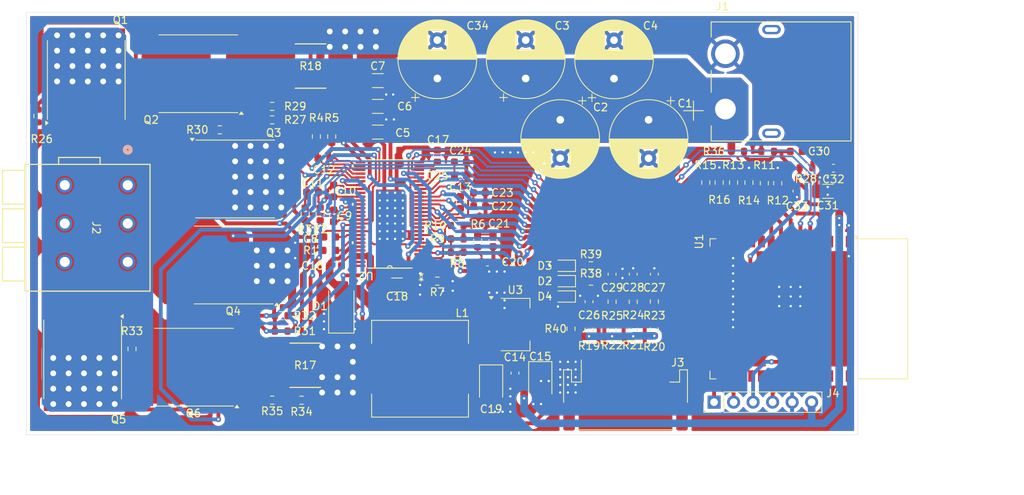
<source format=kicad_pcb>
(kicad_pcb (version 20240108) (generator "pcbnew") (generator_version "8.0")
  (layers (0 "F.Cu" signal) (31 "B.Cu" signal) (34 "B.Paste" user) (35 "F.Paste" user) (36 "B.SilkS" user "B.Silkscreen") (37 "F.SilkS" user "F.Silkscreen") (38 "B.Mask" user) (39 "F.Mask" user) (44 "Edge.Cuts" user))
  (net 0 "")
  (net 3 "/MCU/VIN_SENSE")
  (net 4 "/MCU/VA_SENSE")
  (net 5 "/MCU/VB_SENSE")
  (net 7 "/MCU/VC_SENSE")
  (net 8 "/MCU/FAULT")
  (net 9 "/MCU/I_SENSE1")
  (net 10 "/MCU/DC_CAL")
  (net 11 "/MCU/I_SENSE2")
  (net 12 "/MCU/EN_GATE")
  (net 13 "Net-(D2-A)")
  (net 15 "GND")
  (net 16 "V_SUPPLY")
  (net 21 "/Hall Filters/HALL3_IN")
  (net 22 "/Hall Filters/HALL2_IN")
  (net 23 "+5V")
  (net 24 "/Hall Filters/TEMP_MOTOR")
  (net 25 "/Hall Filters/HALL1_IN")
  (net 26 "VCC")
  (net 27 "/MCU/ESP_IO0")
  (net 28 "/MCU/ESP_RX")
  (net 29 "/MCU/ESP_TX")
  (net 30 "/MCU/ESP_EN")
  (net 31 "Net-(U2-COMP)")
  (net 32 "Net-(U2-AVDD)")
  (net 33 "/Mosfet Driver/M_L2")
  (net 34 "Net-(U2-BST_BK)")
  (net 35 "/Mosfet Driver/M_L3")
  (net 36 "Net-(U2-GVDD)")
  (net 37 "Net-(U2-SP1)")
  (net 38 "/Mosfet Driver/H1_LOW")
  (net 39 "Net-(U2-SP2)")
  (net 40 "Net-(U2-BST_A)")
  (net 41 "Net-(D1-K)")
  (net 42 "/Mosfet Driver/H3_LOW")
  (net 43 "Net-(U2-SN2)")
  (net 44 "Net-(U2-BST_B)")
  (net 45 "/Mosfet Driver/H3_VS")
  (net 46 "Net-(U2-DTC)")
  (net 47 "Net-(U2-BIAS)")
  (net 48 "/Mosfet Driver/M_H2")
  (net 49 "/Mosfet Driver/M_L1")
  (net 50 "/Mosfet Driver/H2_VS")
  (net 51 "Net-(U2-VSENSE)")
  (net 52 "Net-(U2-CP1)")
  (net 53 "Net-(U2-SN1)")
  (net 54 "Net-(U2-RT_CLK)")
  (net 55 "Net-(U2-BST_C)")
  (net 56 "/Mosfet Driver/M_H1")
  (net 57 "Net-(U2-DVDD)")
  (net 58 "Net-(U2-CP2)")
  (net 59 "/Mosfet Driver/M_H3")
  (net 60 "/Mosfet Driver/H1_VS")
  (net 61 "/Mosfet Driver/SH1_A")
  (net 62 "/Mosfet Driver/SH1_B")
  (net 63 "/Mosfet Driver/SH2_A")
  (net 64 "/Mosfet Driver/SH2_B")
  (net 65 "/Hall Filters/HALL3_OUT")
  (net 66 "/Hall Filters/HALL2_OUT")
  (net 67 "/Hall Filters/HALL1_OUT")
  (net 68 "Net-(Q1-G)")
  (net 69 "Net-(Q2-G)")
  (net 70 "Net-(Q3-G)")
  (net 71 "Net-(Q4-G)")
  (net 72 "Net-(Q5-G)")
  (net 73 "Net-(Q6-G)")
  (net 74 "Net-(C21-Pad1)")
  (net 75 "/MCU/PWM_CL")
  (net 76 "/MCU/PWM_BH")
  (net 77 "/MCU/PWM_AL")
  (net 78 "/MCU/PWM_CH")
  (net 79 "/MCU/PWM_BL")
  (net 80 "/MCU/PWM_AH")
  (net 81 "Net-(D3-A)")
  (net 88 "Net-(D4-A)")
  (net 89 "/MCU/LED2")
  (net 90 "/MCU/LED1")
  (footprint "Inductor_SMD:L_12x12mm_H4.5mm" (layer "F.Cu") (at 138.25 116.4)
    (property "Reference" "L1")
    (property "Value" "22u")
  )
  (footprint "Capacitor_THT:CP_Radial_D10.0mm_P5.00mm" (layer "F.Cu") (at 152 78.617677 90)
    (property "Reference" "C3")
    (property "Value" "220u")
  )
  (footprint "Capacitor_SMD:C_0603_1608Metric" (layer "F.Cu") (at 192.065 90.3 180)
    (property "Reference" "C32")
    (property "Value" "100n")
  )
  (footprint "Resistor_SMD:R_0603_1608Metric" (layer "F.Cu") (at 160.25 111.35 -90)
    (property "Reference" "R19")
    (property "Value" "10k")
  )
  (footprint "Package_TO_SOT_SMD:Infineon_PG-HSOF-8-1" (layer "F.Cu") (at 114.25 91.7)
    (property "Reference" "Q3")
    (property "Value" "NTBLS1D5N08MC")
  )
  (footprint "Resistor_SMD:R_0603_1608Metric" (layer "F.Cu") (at 119 82.25 180)
    (property "Reference" "R29")
    (property "Value" "39k")
  )
  (footprint "Resistor_SMD:R_0603_1608Metric" (layer "F.Cu") (at 160.5 103)
    (property "Reference" "R39")
    (property "Value" "1k")
  )
  (footprint "Resistor_SMD:R_0603_1608Metric" (layer "F.Cu") (at 143.0875 99.5)
    (property "Reference" "R9")
    (property "Value" "3k3")
  )
  (footprint "Capacitor_SMD:C_0603_1608Metric" (layer "F.Cu") (at 143.5 91.26)
    (property "Reference" "C25")
    (property "Value" "2.2u")
  )
  (footprint "BVS-A-R002-1.0:RES_BVS-3920_ISA" (layer "F.Cu") (at 123.3 115.95)
    (property "Reference" "R17")
    (property "Value" "SHUNT")
  )
  (footprint "Resistor_SMD:R_0603_1608Metric" (layer "F.Cu") (at 166 107.675 90)
    (property "Reference" "R24")
    (property "Value" "10k")
  )
  (footprint "Capacitor_Tantalum_SMD:CP_EIA-3528-21_Kemet-B" (layer "F.Cu") (at 153.9 117.9375 -90)
    (property "Reference" "C15")
    (property "Value" "100u")
  )
  (footprint "Capacitor_SMD:C_1206_3216Metric" (layer "F.Cu") (at 132.75 82.25 180)
    (property "Reference" "C6")
    (property "Value" "10u,50V")
  )
  (footprint "Resistor_SMD:R_0603_1608Metric" (layer "F.Cu") (at 163.25 107.675 90)
    (property "Reference" "R25")
    (property "Value" "10k")
  )
  (footprint "Resistor_SMD:R_0603_1608Metric" (layer "F.Cu") (at 168.75 107.65 90)
    (property "Reference" "R23")
    (property "Value" "10k")
  )
  (footprint "Connector_JST:JST_PH_S6B-PH-SM4-TB_1x06-1MP_P2.00mm_Horizontal" (layer "F.Cu") (at 165 119.85)
    (property "Reference" "J3")
    (property "Value" "Hall/Encoder")
  )
  (footprint "Capacitor_SMD:C_0603_1608Metric" (layer "F.Cu") (at 168.75 104.1 90)
    (property "Reference" "C27")
    (property "Value" "4n7")
  )
  (footprint "Resistor_SMD:R_0603_1608Metric" (layer "F.Cu") (at 88.5 83.5 90)
    (property "Reference" "R26")
    (property "Value" "4R7")
  )
  (footprint "LED_SMD:LED_0603_1608Metric" (layer "F.Cu") (at 157 103 180)
    (property "Reference" "D3")
    (property "Value" "GREEN")
  )
  (footprint "Resistor_SMD:R_0603_1608Metric" (layer "F.Cu") (at 119 120.49 180)
    (property "Reference" "R35")
    (property "Value" "39k")
  )
  (footprint "Resistor_SMD:R_0603_1608Metric" (layer "F.Cu") (at 183.5 88.1)
    (property "Reference" "R37" (hide yes))
    (property "Value" "2k2")
  )
  (footprint "Capacitor_SMD:C_0603_1608Metric" (layer "F.Cu") (at 150.6 116.975 -90)
    (property "Reference" "C14")
    (property "Value" "2.2u")
  )
  (footprint "Resistor_SMD:R_0603_1608Metric" (layer "F.Cu") (at 125.25 96.25 90)
    (property "Reference" "R2")
    (property "Value" "100R")
  )
  (footprint "Capacitor_SMD:C_1206_3216Metric" (layer "F.Cu") (at 132.75 78.9 180)
    (property "Reference" "C7")
    (property "Value" "10u,50V")
  )
  (footprint "Capacitor_SMD:C_0603_1608Metric" (layer "F.Cu") (at 143.5 94.75 90)
    (property "Reference" "C13")
    (property "Value" "22n")
  )
  (footprint "Capacitor_SMD:C_1206_3216Metric" (layer "F.Cu") (at 135.25 105.5 180)
    (property "Reference" "C18")
    (property "Value" "10u,50V")
  )
  (footprint "BVS-A-R002-1.0:RES_BVS-3920_ISA" (layer "F.Cu") (at 124 77)
    (property "Reference" "R18")
    (property "Value" "SHUNT")
  )
  (footprint "Package_TO_SOT_SMD:Infineon_PG-HSOF-8-1" (layer "F.Cu") (at 94.325 115.25 -90)
    (property "Reference" "Q5")
    (property "Value" "NTBLS1D5N08MC")
  )
  (footprint "Resistor_SMD:R_0603_1608Metric" (layer "F.Cu") (at 181.065 92.175 -90)
    (property "Reference" "R14")
    (property "Value" "2k2")
  )
  (footprint "Capacitor_SMD:C_0603_1608Metric" (layer "F.Cu") (at 126.5 99.25)
    (property "Reference" "C8")
    (property "Value" "220n")
  )
  (footprint "Resistor_SMD:R_0603_1608Metric" (layer "F.Cu") (at 122.825 120.5)
    (property "Reference" "R34")
    (property "Value" "4R7")
  )
  (footprint "Package_TO_SOT_SMD:Infineon_PG-HSOF-8-1" (layer "F.Cu") (at 113.93 102.9 180)
    (property "Reference" "Q4")
    (property "Value" "NTBLS1D5N08MC")
  )
  (footprint "Resistor_SMD:R_0603_1608Metric" (layer "F.Cu") (at 140.5 105 180)
    (property "Reference" "R7")
    (property "Value" "220k")
  )
  (footprint "ul-2604-1103:CONN3_2604-1103_WAG" (layer "F.Cu") (at 100.199999 92.5 -90)
    (property "Reference" "J2")
    (property "Value" "2604-1103")
  )
  (footprint "Resistor_SMD:R_0603_1608Metric" (layer "F.Cu") (at 145.75 99.75 -90)
    (property "Reference" "R6")
    (property "Value" "15k")
  )
  (footprint "Package_TO_SOT_SMD:Infineon_PG-HSOF-8-1" (layer "F.Cu") (at 108.75 116.2 180)
    (property "Reference" "Q6")
    (property "Value" "NTBLS1D5N08MC")
  )
  (footprint "Package_TO_SOT_SMD:SOT-223-3_TabPin2" (layer "F.Cu") (at 150.65 110.65)
    (property "Reference" "U3")
    (property "Value" "TC2117")
  )
  (footprint "Capacitor_SMD:C_1206_3216Metric" (layer "F.Cu") (at 191.34 93.3 180)
    (property "Reference" "C31")
    (property "Value" "10u,50V")
  )
  (footprint "Capacitor_SMD:C_0603_1608Metric" (layer "F.Cu") (at 127 96.5 -90)
    (property "Reference" "C9")
    (property "Value" "220n")
  )
  (footprint "Resistor_SMD:R_0603_1608Metric" (layer "F.Cu") (at 183.065 92.25 -90)
    (property "Reference" "R11")
    (property "Value" "39k")
  )
  (footprint "Capacitor_THT:CP_Radial_D10.0mm_P5.00mm" (layer "F.Cu") (at 163.5 78.635354 90)
    (property "Reference" "C4")
    (property "Value" "220u")
  )
  (footprint "Resistor_SMD:R_0603_1608Metric" (layer "F.Cu") (at 100.75 113.825 -90)
    (property "Reference" "R33")
    (property "Value" "4R7")
  )
  (footprint "Resistor_SMD:R_0603_1608Metric" (layer "F.Cu") (at 124.75 86.175 -90)
    (property "Reference" "R4")
    (property "Value" "100R")
  )
  (footprint "Capacitor_THT:CP_Radial_D10.0mm_P5.00mm" (layer "F.Cu") (at 140.5 78.617677 90)
    (property "Reference" "C34")
    (property "Value" "220u")
  )
  (footprint "Capacitor_Tantalum_SMD:CP_EIA-3528-21_Kemet-B" (layer "F.Cu") (at 147.5 118.3625 -90)
    (property "Reference" "C19")
    (property "Value" "100u")
  )
  (footprint "Resistor_SMD:R_0603_1608Metric" (layer "F.Cu") (at 143.0875 101.25 180)
    (property "Reference" "R8")
    (property "Value" "18k")
  )
  (footprint "Capacitor_THT:CP_Radial_D10.0mm_P5.00mm" (layer "F.Cu") (at 168 84 -90)
    (property "Reference" "C1")
    (property "Value" "220u")
  )
  (footprint "Resistor_SMD:R_0603_1608Metric" (layer "F.Cu") (at 157.9 111.2 -90)
    (property "Reference" "R40")
    (property "Value" "1k")
  )
  (footprint "Resistor_SMD:R_0603_1608Metric" (layer "F.Cu") (at 177.19 92.175 -90)
    (property "Reference" "R16")
    (property "Value" "2k2")
  )
  (footprint "LED_SMD:LED_0603_1608Metric" (layer "F.Cu") (at 157 107 180)
    (property "Reference" "D4")
    (property "Value" "LED")
  )
  (footprint "Capacitor_SMD:C_0603_1608Metric" (layer "F.Cu") (at 160.25 107.675 -90)
    (property "Reference" "C26")
    (property "Value" "4n7")
  )
  (footprint "Capacitor_SMD:C_0603_1608Metric" (layer "F.Cu") (at 146 95.25)
    (property "Reference" "C22")
    (property "Value" "2.2u")
  )
  (footprint "Package_TO_SOT_SMD:Infineon_PG-HSOF-8-1" (layer "F.Cu") (at 109.33 78 180)
    (property "Reference" "Q2")
    (property "Value" "NTBLS1D5N08MC")
  )
  (footprint "Resistor_SMD:R_0603_1608Metric" (layer "F.Cu") (at 123.3 96.25 90)
    (property "Reference" "R3")
    (property "Value" "100R")
  )
  (footprint "Connector_PinHeader_2.54mm:PinHeader_1x06_P2.54mm_Vertical" (layer "F.Cu") (at 176.525 120.75 90)
    (property "Reference" "J4")
    (property "Value" "Programming")
  )
  (footprint "Capacitor_SMD:C_0603_1608Metric" (layer "F.Cu") (at 166 104.1 90)
    (property "Reference" "C28")
    (property "Value" "4n7")
  )
  (footprint "Resistor_SMD:R_0603_1608Metric" (layer "F.Cu") (at 126.75 86.175 -90)
    (property "Reference" "R5")
    (property "Value" "100R")
  )
  (footprint "Capacitor_SMD:C_0603_1608Metric" (layer "F.Cu") (at 124.25 93.425 180)
    (property "Reference" "C11")
    (property "Value" "2.2n")
  )
  (footprint "Resistor_SMD:R_0603_1608Metric" (layer "F.Cu") (at 112.175 85.3)
    (property "Reference" "R30")
    (property "Value" "4R7")
  )
  (footprint "Resistor_SMD:R_0603_1608Metric" (layer "F.Cu") (at 179.6 88.1)
    (property "Reference" "R36")
    (property "Value" "39k")
  )
  (footprint "DRV8302:DCA56_6P35X3P61" (layer "F.Cu") (at 134.3227 96.249986 180)
    (property "Reference" "U2")
    (property "Value" "DRV8302DCA")
  )
  (footprint "Diode_SMD:D_SMA" (layer "F.Cu") (at 128 108.25 90)
    (property "Reference" "D1")
    (property "Value" "DIODESCH")
  )
  (footprint "Capacitor_SMD:C_0603_1608Metric" (layer "F.Cu") (at 127.25 103)
    (property "Reference" "C16")
    (property "Value" "100n")
  )
  (footprint "Resistor_SMD:R_0603_1608Metric" (layer "F.Cu") (at 168.75 111.3 -90)
    (property "Reference" "R20")
    (property "Value" "2k2")
  )
  (footprint "Resistor_SMD:R_0603_1608Metric" (layer "F.Cu") (at 143.0875 97.75)
    (property "Reference" "R10")
    (property "Value" "10k")
  )
  (footprint "Capacitor_SMD:C_0603_1608Metric" (layer "F.Cu") (at 147.025 102.5)
    (property "Reference" "C20")
    (property "Value" "120p")
  )
  (footprint "Resistor_SMD:R_0603_1608Metric" (layer "F.Cu") (at 126.5 101)
    (property "Reference" "R1")
    (property "Value" "1M")
  )
  (footprint "Resistor_SMD:R_0603_1608Metric" (layer "F.Cu") (at 166 111.35 -90)
    (property "Reference" "R21")
    (property "Value" "2k2")
  )
  (footprint "Resistor_SMD:R_0603_1608Metric" (layer "F.Cu") (at 160.5 105)
    (property "Reference" "R38")
    (property "Value" "1k")
  )
  (footprint "Resistor_SMD:R_0603_1608Metric" (layer "F.Cu") (at 184.815 92.25 -90)
    (property "Reference" "R12")
    (property "Value" "2k2")
  )
  (footprint "LED_SMD:LED_0603_1608Metric" (layer "F.Cu") (at 157 105 180)
    (property "Reference" "D2")
    (property "Value" "RED")
  )
  (footprint "Capacitor_SMD:C_0603_1608Metric" (layer "F.Cu") (at 187.315 93.275 -90)
    (property "Reference" "C33")
    (property "Value" "100n")
  )
  (footprint "Resistor_SMD:R_0603_1608Metric" (layer "F.Cu") (at 188.49 90.25 180)
    (property "Reference" "R28")
    (property "Value" "10k")
  )
  (footprint "Capacitor_SMD:C_0603_1608Metric" (layer "F.Cu") (at 143.5 89.5)
    (property "Reference" "C24")
    (property "Value" "2.2u")
  )
  (footprint "XT60PW-M:AMASS_XT60PW-M" (layer "F.Cu") (at 184 79 -90)
    (property "Reference" "J1")
    (property "Value" "XT60PW-M")
  )
  (footprint "Capacitor_SMD:C_0603_1608Metric" (layer "F.Cu") (at 140.5 88.725 -90)
    (property "Reference" "C17")
    (property "Value" "2.2u")
  )
  (footprint "Resistor_SMD:R_0603_1608Metric" (layer "F.Cu") (at 163.25 111.35 -90)
    (property "Reference" "R22")
    (property "Value" "2k2")
  )
  (footprint "Resistor_SMD:R_0603_1608Metric" (layer "F.Cu") (at 119 84)
    (property "Reference" "R27")
    (property "Value" "4R7")
  )
  (footprint "Capacitor_SMD:C_0603_1608Metric" (layer "F.Cu") (at 145.975 93.5)
    (property "Reference" "C23")
    (property "Value" "2.2u")
  )
  (footprint "RF_Module:ESP32-WROOM-32D" (layer "F.Cu") (at 185.87 108.6 -90)
    (property "Reference" "U1")
    (property "Value" "ESP32-WROOM-32D")
  )
  (footprint "Capacitor_THT:CP_Radial_D10.0mm_P5.00mm" (layer "F.Cu") (at 156.5 84 -90)
    (property "Reference" "C2")
    (property "Value" "220u")
  )
  (footprint "Resistor_SMD:R_0603_1608Metric" (layer "F.Cu") (at 120.175 109.5 180)
    (property "Reference" "R32")
    (property "Value" "39k")
  )
  (footprint "Capacitor_SMD:C_0603_1608Metric" (layer "F.Cu") (at 147.75 99.725 -90)
    (property "Reference" "C21")
    (property "Value" "6.8n")
  )
  (footprint "Capacitor_SMD:C_1206_3216Metric" (layer "F.Cu") (at 132.75 85.6 180)
    (property "Reference" "C5")
    (property "Value" "10u,50V")
  )
  (footprint "Package_TO_SOT_SMD:Infineon_PG-HSOF-8-1" (layer "F.Cu") (at 94.8 78.75 90)
    (property "Reference" "Q1")
    (property "Value" "NTBLS1D5N08MC")
  )
  (footprint "Resistor_SMD:R_0603_1608Metric" (layer "F.Cu") (at 175.44 92.175 -90)
    (property "Reference" "R15")
    (property "Value" "39k")
  )
  (footprint "Resistor_SMD:R_0603_1608Metric" (layer "F.Cu") (at 120.175 111.5)
    (property "Reference" "R31")
    (property "Value" "4R7")
  )
  (footprint "Capacitor_SMD:C_0603_1608Metric" (layer "F.Cu") (at 127 93.25 -90)
    (property "Reference" "C10")
    (property "Value" "220n")
  )
  (footprint "Resistor_SMD:R_0603_1608Metric" (layer "F.Cu") (at 179.065 92.175 -90)
    (property "Reference" "R13")
    (property "Value" "39k")
  )
  (footprint "Capacitor_SMD:C_0603_1608Metric" (layer "F.Cu") (at 187.225 88.1 180)
    (property "Reference" "C30")
    (property "Value" "100n")
  )
  (footprint "Capacitor_SMD:C_0603_1608Metric" (layer "F.Cu") (at 163.25 104.1 90)
    (property "Reference" "C29")
    (property "Value" "4n7")
  )
  (footprint "Capacitor_SMD:C_0603_1608Metric" (layer "F.Cu") (at 125.725 89)
    (property "Reference" "C12")
    (property "Value" "2.2n")
  )
  (gr_rect (start 87 70) (end 195.25 125) (stroke (width 0.05)) (fill none) (layer "Edge.Cuts"))
  (segment (start 190.31 96.495) (end 190.015 96.2) (width 0.5) (layer "F.Cu") (net 3))
  (segment (start 184.325 88.1) (end 185.3 88.1) (width 0.5) (layer "F.Cu") (net 3))
  (segment (start 190.015 96.2) (end 187.3 96.2) (width 0.5) (layer "F.Cu") (net 3))
  (segment (start 180.425 88.1) (end 180.425 88.625) (width 0.5) (layer "F.Cu") (net 3))
  (segment (start 181 89.2) (end 183.8 89.2) (width 0.5) (layer "F.Cu") (net 3))
  (segment (start 184.325 88.675) (end 184.325 88.1) (width 0.5) (layer "F.Cu") (net 3))
  (segment (start 183.8 89.2) (end 184.325 88.675) (width 0.5) (layer "F.Cu") (net 3))
  (segment (start 186.1 95) (end 186.1 89.6) (width 0.5) (layer "F.Cu") (net 3))
  (segment (start 185.3 88.1) (end 186.45 88.1) (width 0.5) (layer "F.Cu") (net 3))
  (segment (start 190.31 99.85) (end 190.31 96.495) (width 0.5) (layer "F.Cu") (net 3))
  (segment (start 185.3 88.8) (end 185.3 88.1) (width 0.5) (layer "F.Cu") (net 3))
  (segment (start 180.425 88.625) (end 181 89.2) (width 0.5) (layer "F.Cu") (net 3))
  (segment (start 186.1 89.6) (end 185.3 88.8) (width 0.5) (layer "F.Cu") (net 3))
  (segment (start 187.3 96.2) (end 186.1 95) (width 0.5) (layer "F.Cu") (net 3))
  (segment (start 183.915 94.415) (end 186.5 97) (width 0.5) (layer "F.Cu") (net 4))
  (segment (start 183.915 93.175) (end 183.915 94.415) (width 0.5) (layer "F.Cu") (net 4))
  (segment (start 184.815 93.075) (end 183.065 93.075) (width 0.5) (layer "F.Cu") (net 4))
  (segment (start 186.5 97) (end 186.5 99.85) (width 0.5) (layer "F.Cu") (net 4))
  (segment (start 185.23 99.85) (end 185.23 97.43) (width 0.5) (layer "F.Cu") (net 5))
  (segment (start 181.8 94) (end 180.4 94) (width 0.5) (layer "F.Cu") (net 5))
  (segment (start 180.015 93) (end 181.065 93) (width 0.5) (layer "F.Cu") (net 5))
  (segment (start 180.4 94) (end 180.015 93.615) (width 0.5) (layer "F.Cu") (net 5))
  (segment (start 180.015 93.615) (end 180.015 93) (width 0.5) (layer "F.Cu") (net 5))
  (segment (start 185.23 97.43) (end 181.8 94) (width 0.5) (layer "F.Cu") (net 5))
  (segment (start 179.065 93) (end 180.015 93) (width 0.5) (layer "F.Cu") (net 5))
  (segment (start 179.4 94) (end 176.8 94) (width 0.5) (layer "F.Cu") (net 7))
  (segment (start 175.44 93) (end 176.315 93) (width 0.5) (layer "F.Cu") (net 7))
  (segment (start 176.8 94) (end 176.315 93.515) (width 0.5) (layer "F.Cu") (net 7))
  (segment (start 180.1 94.7) (end 179.4 94) (width 0.5) (layer "F.Cu") (net 7))
  (segment (start 176.315 93.515) (end 176.315 93) (width 0.5) (layer "F.Cu") (net 7))
  (segment (start 183.96 99.85) (end 183.96 97.96) (width 0.5) (layer "F.Cu") (net 7))
  (segment (start 176.315 93) (end 177.19 93) (width 0.5) (layer "F.Cu") (net 7))
  (segment (start 183.96 97.96) (end 180.7 94.7) (width 0.5) (layer "F.Cu") (net 7))
  (segment (start 180.7 94.7) (end 180.1 94.7) (width 0.5) (layer "F.Cu") (net 7))
  (segment (start 172.4 106.3) (end 174.07 107.97) (width 0.5) (layer "F.Cu") (net 8))
  (segment (start 170 100.6) (end 172.4 103) (width 0.5) (layer "F.Cu") (net 8))
  (segment (start 140.560202 101.324974) (end 139.824974 101.324974) (width 0.25) (layer "F.Cu") (net 8))
  (segment (start 172.4 103) (end 172.4 106.3) (width 0.5) (layer "F.Cu") (net 8))
  (segment (start 174.07 107.97) (end 176.36 107.97) (width 0.5) (layer "F.Cu") (net 8))
  (segment (start 152.212908 101.119115) (end 152.732023 100.6) (width 0.5) (layer "F.Cu") (net 8))
  (segment (start 139.824974 101.324974) (end 138.999977 100.499977) (width 0.25) (layer "F.Cu") (net 8))
  (segment (start 138.999977 100.499977) (end 138.1454 100.499977) (width 0.25) (layer "F.Cu") (net 8))
  (segment (start 152.732023 100.6) (end 170 100.6) (width 0.5) (layer "F.Cu") (net 8))
  (via (at 140.560202 101.324974) (size 0.7) (drill 0.3) (layers "F.Cu" "B.Cu") (net 8))
  (via (at 152.212908 101.119115) (size 0.7) (drill 0.3) (layers "F.Cu" "B.Cu") (net 8))
  (segment (start 150.181371 102.3) (end 149.206345 101.324974) (width 0.5) (layer "B.Cu") (net 8))
  (segment (start 149.206345 101.324974) (end 140.560202 101.324974) (width 0.5) (layer "B.Cu") (net 8))
  (segment (start 152.212908 101.520819) (end 151.433727 102.3) (width 0.5) (layer "B.Cu") (net 8))
  (segment (start 151.433727 102.3) (end 150.181371 102.3) (width 0.5) (layer "B.Cu") (net 8))
  (segment (start 152.212908 101.119115) (end 152.212908 101.520819) (width 0.5) (layer "B.Cu") (net 8))
  (segment (start 156.989188 92.25) (end 170.5 92.25) (width 0.25) (layer "F.Cu") (net 9))
  (segment (start 170.5 92.25) (end 172.875 89.875) (width 0.25) (layer "F.Cu") (net 9))
  (segment (start 136.7554 88.970205) (end 136.7554 90.7554) (width 0.25) (layer "F.Cu") (net 9))
  (segment (start 189.04 99.85) (end 189.04 97.5) (width 0.5) (layer "F.Cu") (net 9))
  (segment (start 136.999996 90.999996) (end 138.1454 90.999996) (width 0.25) (layer "F.Cu") (net 9))
  (segment (start 136.768956 88.63845) (end 136.768956 88.956649) (width 0.25) (layer "F.Cu") (net 9))
  (segment (start 154.402493 89.695013) (end 154.434201 89.695013) (width 0.25) (layer "F.Cu") (net 9))
  (segment (start 154.434201 89.695013) (end 156.989188 92.25) (width 0.25) (layer "F.Cu") (net 9))
  (segment (start 136.7554 90.7554) (end 136.999996 90.999996) (width 0.25) (layer "F.Cu") (net 9))
  (segment (start 136.768956 88.956649) (end 136.7554 88.970205) (width 0.25) (layer "F.Cu") (net 9))
  (via (at 136.768956 88.63845) (size 0.7) (drill 0.3) (layers "F.Cu" "B.Cu") (net 9))
  (via (at 189.04 97.5) (size 0.7) (drill 0.3) (layers "F.Cu" "B.Cu") (net 9))
  (via (at 172.875 89.875) (size 0.7) (drill 0.3) (layers "F.Cu" "B.Cu") (net 9))
  (via (at 154.402493 89.695013) (size 0.7) (drill 0.3) (layers "F.Cu" "B.Cu") (net 9))
  (segment (start 147.518198 89.6) (end 154.30748 89.6) (width 0.25) (layer "B.Cu") (net 9))
  (segment (start 154.30748 89.6) (end 154.402493 89.695013) (width 0.25) (layer "B.Cu") (net 9))
  (segment (start 137.520405 87.887001) (end 145.805199 87.887001) (width 0.25) (layer "B.Cu") (net 9))
  (segment (start 145.805199 87.887001) (end 147.518198 89.6) (width 0.25) (layer "B.Cu") (net 9))
  (segment (start 189.6 96.4) (end 189.04 96.96) (width 0.25) (layer "B.Cu") (net 9))
  (segment (start 172.875 89.875) (end 174.75 88) (width 0.25) (layer "B.Cu") (net 9))
  (segment (start 187 88) (end 189.6 90.6) (width 0.25) (layer "B.Cu") (net 9))
  (segment (start 174.75 88) (end 187 88) (width 0.25) (layer "B.Cu") (net 9))
  (segment (start 136.768956 88.63845) (end 137.520405 87.887001) (width 0.25) (layer "B.Cu") (net 9))
  (segment (start 189.04 96.96) (end 189.04 97.5) (width 0.25) (layer "B.Cu") (net 9))
  (segment (start 189.6 90.6) (end 189.6 96.4) (width 0.25) (layer "B.Cu") (net 9))
  (segment (start 152.321321 99.9) (end 170.5 99.9) (width 0.5) (layer "F.Cu") (net 10))
  (segment (start 174.2 106.7) (end 176.36 106.7) (width 0.5) (layer "F.Cu") (net 10))
  (segment (start 170.5 99.9) (end 173.2 102.6) (width 0.5) (layer "F.Cu") (net 10))
  (segment (start 140.084369 98.501551) (end 139.082801 97.499983) (width 0.25) (layer "F.Cu") (net 10))
  (segment (start 151.215609 100.456125) (end 151.765196 100.456125) (width 0.5) (layer "F.Cu") (net 10))
  (segment (start 173.2 105.7) (end 174.2 106.7) (width 0.5) (layer "F.Cu") (net 10))
  (segment (start 140.825 98.501551) (end 140.084369 98.501551) (width 0.25) (layer "F.Cu") (net 10))
  (segment (start 173.2 102.6) (end 173.2 105.7) (width 0.5) (layer "F.Cu") (net 10))
  (segment (start 139.082801 97.499983) (end 138.1454 97.499983) (width 0.25) (layer "F.Cu") (net 10))
  (segment (start 151.765196 100.456125) (end 152.321321 99.9) (width 0.5) (layer "F.Cu") (net 10))
  (via (at 151.215609 100.456125) (size 0.7) (drill 0.3) (layers "F.Cu" "B.Cu") (net 10))
  (via (at 140.825 98.501551) (size 0.7) (drill 0.3) (layers "F.Cu" "B.Cu") (net 10))
  (segment (start 150.3 99.5) (end 141.823449 99.5) (width 0.5) (layer "B.Cu") (net 10))
  (segment (start 141.823449 99.5) (end 140.825 98.501551) (width 0.5) (layer "B.Cu") (net 10))
  (segment (start 151.215609 100.415609) (end 150.3 99.5) (width 0.5) (layer "B.Cu") (net 10))
  (segment (start 151.215609 100.456125) (end 151.215609 100.415609) (width 0.5) (layer "B.Cu") (net 10))
  (segment (start 137.2054 89.156601) (end 137.2054 90.457398) (width 0.25) (layer "F.Cu") (net 11))
  (segment (start 137.248 90.499998) (end 138.1454 90.499998) (width 0.25) (layer "F.Cu") (net 11))
  (segment (start 137.2054 90.457398) (end 137.248 90.499998) (width 0.25) (layer "F.Cu") (net 11))
  (segment (start 156.2 92.7) (end 154 90.5) (width 0.25) (layer "F.Cu") (net 11))
  (segment (start 171.004596 92.7) (end 156.2 92.7) (width 0.25) (layer "F.Cu") (net 11))
  (segment (start 172.302298 91.402298) (end 171.004596 92.7) (width 0.25) (layer "F.Cu") (net 11))
  (segment (start 137.8 88.562001) (end 137.2054 89.156601) (width 0.25) (layer "F.Cu") (net 11))
  (segment (start 187.77 99.85) (end 187.77 97.5) (width 0.5) (layer "F.Cu") (net 11))
  (via (at 187.77 97.5) (size 0.7) (drill 0.3) (layers "F.Cu" "B.Cu") (net 11))
  (via (at 137.8 88.562001) (size 0.7) (drill 0.3) (layers "F.Cu" "B.Cu") (net 11))
  (via (at 154 90.5) (size 0.7) (drill 0.3) (layers "F.Cu" "B.Cu") (net 11))
  (via (at 172.302298 91.402298) (size 0.7) (drill 0.3) (layers "F.Cu" "B.Cu") (net 11))
  (segment (start 173.154595 90.55) (end 173.55 90.154595) (width 0.25) (layer "B.Cu") (net 11))
  (segment (start 137.837999 88.6) (end 145.5 88.6) (width 0.25) (layer "B.Cu") (net 11))
  (segment (start 189.1 91.1) (end 189.1 95.715) (width 0.25) (layer "B.Cu") (net 11))
  (segment (start 173.15 90.55) (end 173.154595 90.55) (width 0.25) (layer "B.Cu") (net 11))
  (segment (start 145.5 88.6) (end 147 90.1) (width 0.25) (layer "B.Cu") (net 11))
  (segment (start 186.75 88.75) (end 189.1 91.1) (width 0.25) (layer "B.Cu") (net 11))
  (segment (start 137.8 88.562001) (end 137.837999 88.6) (width 0.25) (layer "B.Cu") (net 11))
  (segment (start 172.302298 91.402298) (end 172.302298 91.397702) (width 0.25) (layer "B.Cu") (net 11))
  (segment (start 173.55 90.15) (end 174.95 88.75) (width 0.25) (layer "B.Cu") (net 11))
  (segment (start 147 90.1) (end 153.6 90.1) (width 0.25) (layer "B.Cu") (net 11))
  (segment (start 153.6 90.1) (end 154 90.5) (width 0.25) (layer "B.Cu") (net 11))
  (segment (start 189.1 95.715) (end 187.77 97.045) (width 0.25) (layer "B.Cu") (net 11))
  (segment (start 174.95 88.75) (end 186.75 88.75) (width 0.25) (layer "B.Cu") (net 11))
  (segment (start 173.55 90.154595) (end 173.55 90.15) (width 0.25) (layer "B.Cu") (net 11))
  (segment (start 187.77 97.045) (end 187.77 97.5) (width 0.25) (layer "B.Cu") (net 11))
  (segment (start 172.302298 91.397702) (end 173.15 90.55) (width 0.25) (layer "B.Cu") (net 11))
  (segment (start 174 102.1) (end 174 104.8) (width 0.5) (layer "F.Cu") (net 12))
  (segment (start 151.797057 99.434314) (end 152.031371 99.2) (width 0.5) (layer "F.Cu") (net 12))
  (segment (start 174 104.8) (end 174.63 105.43) (width 0.5) (layer "F.Cu") (net 12))
  (segment (start 151.365686 99.434314) (end 151.797057 99.434314) (width 0.5) (layer "F.Cu") (net 12))
  (segment (start 174.63 105.43) (end 176.36 105.43) (width 0.5) (layer "F.Cu") (net 12))
  (segment (start 140.5 96) (end 139.999988 95.499988) (width 0.25) (layer "F.Cu") (net 12))
  (segment (start 139.999988 95.499988) (end 138.1454 95.499988) (width 0.25) (layer "F.Cu") (net 12))
  (segment (start 171.1 99.2) (end 174 102.1) (width 0.5) (layer "F.Cu") (net 12))
  (segment (start 152.031371 99.2) (end 171.1 99.2) (width 0.5) (layer "F.Cu") (net 12))
  (via (at 151.365686 99.434314) (size 0.7) (drill 0.3) (layers "F.Cu" "B.Cu") (net 12))
  (via (at 140.5 96) (size 0.7) (drill 0.3) (layers "F.Cu" "B.Cu") (net 12))
  (segment (start 143 98.5) (end 140.5 96) (width 0.5) (layer "B.Cu") (net 12))
  (segment (start 151.334314 99.434314) (end 150.4 98.5) (width 0.5) (layer "B.Cu") (net 12))
  (segment (start 150.4 98.5) (end 143 98.5) (width 0.5) (layer "B.Cu") (net 12))
  (segment (start 151.365686 99.434314) (end 151.334314 99.434314) (width 0.5) (layer "B.Cu") (net 12))
  (segment (start 157.7875 105) (end 159.675 105) (width 0.5) (layer "F.Cu") (net 13))
  (segment (start 140.5 87.95) (end 139.55 87.95) (width 0.5) (layer "F.Cu") (net 15))
  (segment (start 129.9 78.9) (end 128 77) (width 1) (layer "F.Cu") (net 15))
  (segment (start 128.555002 94.67499) (end 128.730002 94.49999) (width 0.25) (layer "F.Cu") (net 15))
  (segment (start 133.6 87.3) (end 133.6 95.527286) (width 0.5) (layer "F.Cu") (net 15))
  (segment (start 140.5 87.95) (end 143.75 87.95) (width 0.5) (layer "F.Cu") (net 15))
  (segment (start 138.7 89) (end 138.7 87.6) (width 0.5) (layer "F.Cu") (net 15))
  (segment (start 131.275 85.6) (end 131.9 85.6) (width 0.5) (layer "F.Cu") (net 15))
  (segment (start 135.2 88.6) (end 135.2 93.3) (width 0.5) (layer "F.Cu") (net 15))
  (segment (start 176.985 91.35) (end 177.19 91.35) (width 0.5) (layer "F.Cu") (net 15))
  (segment (start 131.275 78.9) (end 129.9 78.9) (width 1) (layer "F.Cu") (net 15))
  (segment (start 138.2 89.5) (end 138.5 89.2) (width 0.3) (layer "F.Cu") (net 15))
  (segment (start 131.275 82.25) (end 131.275 78.9) (width 1) (layer "F.Cu") (net 15))
  (segment (start 136.2 87.6) (end 135.2 88.6) (width 0.5) (layer "F.Cu") (net 15))
  (segment (start 133.6 95.527286) (end 134.3227 96.249986) (width 0.5) (layer "F.Cu") (net 15))
  (segment (start 131.9 85.6) (end 133.6 87.3) (width 0.5) (layer "F.Cu") (net 15))
  (segment (start 128.730002 94.49999) (end 130.5 94.49999) (width 0.25) (layer "F.Cu") (net 15))
  (segment (start 139.2 87.6) (end 136.2 87.6) (width 0.5) (layer "F.Cu") (net 15))
  (segment (start 135.2 93.3) (end 135 93.5) (width 0.5) (layer "F.Cu") (net 15))
  (segment (start 138.1454 89.5) (end 138.2 89.5) (width 0.3) (layer "F.Cu") (net 15))
  (segment (start 143.75 87.95) (end 144.275 88.475) (width 0.5) (layer "F.Cu") (net 15))
  (segment (start 136.000018 98.499982) (end 136 98.5) (width 0.25) (layer "F.Cu") (net 15))
  (segment (start 131.275 85.6) (end 131.275 82.25) (width 1) (layer "F.Cu") (net 15))
  (segment (start 138.5 89.2) (end 138.7 89) (width 0.5) (layer "F.Cu") (net 15))
  (segment (start 138.1454 98.499982) (end 136.000018 98.499982) (width 0.25) (layer "F.Cu") (net 15))
  (segment (start 136 99.5) (end 136.00002 99.49998) (width 0.25) (layer "F.Cu") (net 15))
  (segment (start 144.275 88.475) (end 144.275 89.5) (width 0.5) (layer "F.Cu") (net 15))
  (segment (start 139.55 87.95) (end 139.2 87.6) (width 0.5) (layer "F.Cu") (net 15))
  (segment (start 136.00002 99.49998) (end 138.1454 99.49998) (width 0.25) (layer "F.Cu") (net 15))
  (via (at 166 103.325) (size 0.7) (drill 0.3) (layers "F.Cu" "B.Cu") (net 15))
  (via (at 179 111) (size 0.7) (drill 0.3) (layers "F.Cu" "B.Cu") (net 15))
  (via (at 125.75 110.25) (size 0.7) (drill 0.3) (layers "F.Cu" "B.Cu") (net 15))
  (via (at 133 99.5) (size 0.7) (drill 0.3) (layers "F.Cu" "B.Cu") (net 15))
  (via (at 159.1 106.9) (size 0.7) (drill 0.3) (layers "F.Cu" "B.Cu") (net 15))
  (via (at 133 97.5) (size 0.7) (drill 0.3) (layers "F.Cu" "B.Cu") (net 15))
  (via (at 186.5 107) (size 0.7) (drill 0.3) (layers "F.Cu" "B.Cu") (net 15))
  (via (at 134 98.5) (size 0.7) (drill 0.3) (layers "F.Cu" "B.Cu") (net 15))
  (via (at 157.5 119.5) (size 0.7) (drill 0.3) (layers "F.Cu" "B.Cu") (net 15))
  (via (at 158.5 115.5) (size 0.7) (drill 0.3) (layers "F.Cu" "B.Cu") (net 15))
  (via (at 164.6 104.6) (size 0.7) (drill 0.3) (layers "F.Cu" "B.Cu") (net 15))
  (via (at 158.5 119.5) (size 0.7) (drill 0.3) (layers "F.Cu" "B.Cu") (net 15))
  (via (at 191.315 92.75) (size 0.7) (drill 0.3) (layers "F.Cu" "B.Cu") (net 15))
  (via (at 136 94.5) (size 0.7) (drill 0.3) (layers "F.Cu" "B.Cu") (net 15))
  (via (at 132.5 72.5) (size 1.524) (drill 0.762) (layers "F.Cu" "B.Cu") (net 15))
  (via (at 191.315 93.75) (size 0.7) (drill 0.3) (layers "F.Cu" "B.Cu") (net 15))
  (via (at 156.2 108.3) (size 0.7) (drill 0.3) (layers "F.Cu" "B.Cu") (net 15))
  (via (at 179 110) (size 0.7) (drill 0.3) (layers "F.Cu" "B.Cu") (net 15))
  (via (at 158.5 116.5) (size 0.7) (drill 0.3) (layers "F.Cu" "B.Cu") (net 15))
  (via (at 134 95.5) (size 0.7) (drill 0.3) (layers "F.Cu" "B.Cu") (net 15))
  (via (at 134 97.5) (size 0.7) (drill 0.3) (layers "F.Cu" "B.Cu") (net 15))
  (via (at 157.5 115.5) (size 0.7) (drill 0.3) (layers "F.Cu" "B.Cu") (net 15))
  (via (at 133 94.5) (size 0.7) (drill 0.3) (layers "F.Cu" "B.Cu") (net 15))
  (via (at 177.215 90.2) (size 0.7) (drill 0.3) (layers "F.Cu" "B.Cu") (net 15))
  (via (at 186.5 108.25) (size 0.7) (drill 0.3) (layers "F.Cu" "B.Cu") (net 15))
  (via (at 194.065 97.75) (size 0.7) (drill 0.3) (layers "F.Cu" "B.Cu") (net 15))
  (via (at 128.555002 94.67499) (size 0.7) (drill 0.3) (layers "F.Cu" "B.Cu") (net 15))
  (via (at 134 96.5) (size 0.7) (drill 0.3) (layers "F.Cu" "B.Cu") (net 15))
  (via (at 179 106) (size 0.7) (drill 0.3) (layers "F.Cu" "B.Cu") (net 15))
  (via (at 134 94.5) (size 0.7) (drill 0.3) (layers "F.Cu" "B.Cu") (net 15))
  (via (at 181.065 90.25) (size 0.7) (drill 0.3) (layers "F.Cu" "B.Cu") (net 15))
  (via (at 150 122) (size 0.7) (drill 0.3) (layers "F.Cu" "B.Cu") (net 15))
  (via (at 168.75 103.325) (size 0.7) (drill 0.3) (layers "F.Cu" "B.Cu") (net 15))
  (via (at 179 107) (size 0.7) (drill 0.3) (layers "F.Cu" "B.Cu") (net 15))
  (via (at 132.5 74.5) (size 1.524) (drill 0.762) (layers "F.Cu" "B.Cu") (net 15))
  (via (at 141.25 106.25) (size 0.7) (drill 0.3) (layers "F.Cu" "B.Cu") (net 15))
  (via (at 136 95.5) (size 0.7) (drill 0.3) (layers "F.Cu" "B.Cu") (net 15))
  (via (at 187.75 105.75) (size 0.7) (drill 0.3) (layers "F.Cu" "B.Cu") (net 15))
  (via (at 135 94.5) (size 0.7) (drill 0.3) (layers "F.Cu" "B.Cu") (net 15))
  (via (at 129.5 113.5) (size 1.524) (drill 0.762) (layers "F.Cu" "B.Cu") (net 15))
  (via (at 154 118) (size 0.7) (drill 0.3) (layers "F.Cu" "B.Cu") (net 15))
  (via (at 149 122) (size 0.7) (drill 0.3) (layers "F.Cu" "B.Cu") (net 15))
  (via (at 148.25 106.5) (size 0.7) (drill 0.3) (layers "F.Cu" "B.Cu") (net 15))
  (via (at 157.5 117.5) (size 0.7) (drill 0.3) (layers "F.Cu" "B.Cu") (net 15))
  (via (at 133 95.5) (size 0.7) (drill 0.3) (layers "F.Cu" "B.Cu") (net 15))
  (via (at 127.5 117.5) (size 1.524) (drill 0.762) (layers "F.Cu" "B.Cu") (net 15))
  (via (at 148 122) (size 0.7) (drill 0.3) (layers "F.Cu" "B.Cu") (net 15))
  (via (at 187.315 94.05) (size 0.7) (drill 0.3) (layers "F.Cu" "B.Cu") (net 15))
  (via (at 138.25 106.75) (size 0.7) (drill 0.3) (layers "F.Cu" "B.Cu") (net 15))
  (via (at 158.5 117.5) (size 0.7) (drill 0.3) (layers "F.Cu" "B.Cu") (net 15))
  (via (at 129.5 119.5) (size 1.524) (drill 0.762) (layers "F.Cu" "B.Cu") (net 15))
  (via (at 186.5 105.75) (size 0.7) (drill 0.3) (layers "F.Cu" "B.Cu") (net 15))
  (via (at 121 105) (size 1.524) (drill 0.762) (layers "F.Cu" "B.Cu") (net 15))
  (via (at 185 107) (size 0.7) (drill 0.3) (layers "F.Cu" "B.Cu") (net 15))
  (via (at 156.5 118.5) (size 0.7) (drill 0.3) (layers "F.Cu" "B.Cu") (net 15))
  (via (at 134 99.5) (size 0.7) (drill 0.3) (layers "F.Cu" "B.Cu") (net 15))
  (via (at 191.315 91.5) (size 0.7) (drill 0.3) (layers "F.Cu" "B.Cu") (net 15))
  (via (at 161.4 106.9) (size 0.7) (drill 0.3) (layers "F.Cu" "B.Cu") (net 15))
  (via (at 117 101) (size 1.524) (drill 0.762) (layers "F.Cu" "B.Cu") (net 15))
  (via (at 129.75 111.25) (size 0.7) (drill 0.3) (layers "F.Cu" "B.Cu") (net 15))
  (via (at 138.25 104) (size 0.7) (drill 0.3) (layers "F.Cu" "B.Cu") (net 15))
  (via (at 185 105.75) (size 0.7) (drill 0.3) (layers "F.Cu" "B.Cu") (net 15))
  (via (at 149.25 102.5) (size 0.7) (drill 0.3) (layers "F.Cu" "B.Cu") (net 15))
  (via (at 121 101) (size 1.524) (drill 0.762) (layers "F.Cu" "B.Cu") (net 15))
  (via (at 190.5 88) (size 0.7) (drill 0.3) (layers "F.Cu" "B.Cu") (net 15))
  (via (at 142.5 106.25) (size 0.7) (drill 0.3) (layers "F.Cu" "B.Cu") (net 15))
  (via (at 187.75 107) (size 0.7) (drill 0.3) (layers "F.Cu" "B.Cu") (net 15))
  (via (at 179 109) (size 0.7) (drill 0.3) (layers "F.Cu" "B.Cu") (net 15))
  (via (at 179 102) (size 0.7) (drill 0.3) (layers "F.Cu" "B.Cu") (net 15))
  (via (at 156.5 117.5) (size 0.7) (drill 0.3) (layers "F.Cu" "B.Cu") (net 15))
  (via (at 164.6 103.4) (size 0.7) (drill 0.3) (layers "F.Cu" "B.Cu") (net 15))
  (via (at 157.5 116.5) (size 0.7) (drill 0.3) (layers "F.Cu" "B.Cu") (net 15))
  (via (at 135 95.5) (size 0.7) (drill 0.3) (layers "F.Cu" "B.Cu") (net 15))
  (via (at 157.5 118.5) (size 0.7) (drill 0.3) (layers "F.Cu" "B.Cu") (net 15))
  (via (at 128.5 74.5) (size 1.524) (drill 0.762) (layers "F.Cu" "B.Cu") (net 15))
  (via (at 136 98.5) (size 0.7) (drill 0.3) (layers "F.Cu" "B.Cu") (net 15))
  (via (at 126.5 72.5) (size 1.524) (drill 0.762) (layers "F.Cu" "B.Cu") (net 15))
  (via (at 156.5 119.5) (size 0.7) (drill 0.3) (layers "F.Cu" "B.Cu") (net 15))
  (via (at 126.5 74.5) (size 1.524) (drill 0.762) (layers "F.Cu" "B.Cu") (net 15))
  (via (at 184.815 90.25) (size 0.7) (drill 0.3) (layers "F.Cu" "B.Cu") (net 15))
  (via (at 156.5 115.5) (size 0.7) (drill 0.3) (layers "F.Cu" "B.Cu") (net 15))
  (via (at 128.5 72.5) (size 1.524) (drill 0.762) (layers "F.Cu" "B.Cu") (net 15))
  (via (at 127.5 119.5) (size 1.524) (drill 0.762) (layers "F.Cu" "B.Cu") (net 15))
  (via (at 155.1 105) (size 0.7) (drill 0.3) (layers "F.Cu" "B.Cu") (net 15))
  (via (at 129.5 117.5) (size 1.524) (drill 0.762) (layers "F.Cu" "B.Cu") (net 15))
  (via (at 179 103) (size 0.7) (drill 0.3) (layers "F.Cu" "B.Cu") (net 15))
  (via (at 150 120) (size 0.7) (drill 0.3) (layers "F.Cu" "B.Cu") (net 15))
  (via (at 150 88.25) (size 0.7) (drill 0.3) (layers "F.Cu" "B.Cu") (net 15))
  (via (at 135 98.5) (size 0.7) (drill 0.3) (layers "F.Cu" "B.Cu") (net 15))
  (via (at 149.25 106.5) (size 0.7) (drill 0.3) (layers "F.Cu" "B.Cu") (net 15))
  (via (at 153 88.25) (size 0.7) (drill 0.3) (layers "F.Cu" "B.Cu") (net 15))
  (via (at 189.5 88) (size 0.7) (drill 0.3) (layers "F.Cu" "B.Cu") (net 15))
  (via (at 149 88.25) (size 0.7) (drill 0.3) (layers "F.Cu" "B.Cu") (net 15))
  (via (at 121 103) (size 1.524) (drill 0.762) (layers "F.Cu" "B.Cu") (net 15))
  (via (at 133 93.5) (size 0.7) (drill 0.3) (layers "F.Cu" "B.Cu") (net 15))
  (via (at 133 98.5) (size 0.7) (drill 0.3) (layers "F.Cu" "B.Cu") (net 15))
  (via (at 150 121) (size 0.7) (drill 0.3) (layers "F.Cu" "B.Cu") (net 15))
  (via (at 135 97.5) (size 0.7) (drill 0.3) (layers "F.Cu" "B.Cu") (net 15))
  (via (at 154 121) (size 0.7) (drill 0.3) (layers "F.Cu" "B.Cu") (net 15))
  (via (at 147.25 106.5) (size 0.7) (drill 0.3) (layers "F.Cu" "B.Cu") (net 15))
  (via (at 129.5 115.5) (size 1.524) (drill 0.762) (layers "F.Cu" "B.Cu") (net 15))
  (via (at 117 103) (size 1.524) (drill 0.762) (layers "F.Cu" "B.Cu") (net 15))
  (via (at 125.75 111.25) (size 0.7) (drill 0.3) (layers "F.Cu" "B.Cu") (net 15))
  (via (at 155.1 103) (size 0.7) (drill 0.3) (layers "F.Cu" "B.Cu") (net 15))
  (via (at 133 96.5) (size 0.7) (drill 0.3) (layers "F.Cu" "B.Cu") (net 15))
  (via (at 187.75 108.25) (size 0.7) (drill 0.3) (layers "F.Cu" "B.Cu") (net 15))
  (via (at 125.75 109.25) (size 0.7) (drill 0.3) (layers "F.Cu" "B.Cu") (net 15))
  (via (at 142.5 105) (size 0.7) (drill 0.3) (layers "F.Cu" "B.Cu") (net 15))
  (via (at 179 105) (size 0.7) (drill 0.3) (layers "F.Cu" "B.Cu") (net 15))
  (via (at 147.25 103.75) (size 0.7) (drill 0.3) (layers "F.Cu" "B.Cu") (net 15))
  (via (at 179 104) (size 0.7) (drill 0.3) (layers "F.Cu" "B.Cu") (net 15))
  (via (at 130.5 74.5) (size 1.524) (drill 0.762) (layers "F.Cu" "B.Cu") (net 15))
  (via (at 155.1 107) (size 0.7) (drill 0.3) (layers "F.Cu" "B.Cu") (net 15))
  (via (at 149.25 107.5) (size 0.7) (drill 0.3) (layers "F.Cu" "B.Cu") (net 15))
  (via (at 122 100) (size 0.7) (drill 0.3) (layers "F.Cu" "B.Cu") (net 15))
  (via (at 119 101) (size 1.524) (drill 0.762) (layers "F.Cu" "B.Cu") (net 15))
  (via (at 134 93.5) (size 0.7) (drill 0.3) (layers "F.Cu" "B.Cu") (net 15))
  (via (at 152 88.25) (size 0.7) (drill 0.3) (layers "F.Cu" "B.Cu") (net 15))
  (via (at 129.75 110.25) (size 0.7) (drill 0.3) (layers "F.Cu" "B.Cu") (net 15))
  (via (at 122 102) (size 0.7) (drill 0.3) (layers "F.Cu" "B.Cu") (net 15))
  (via (at 136 99.5) (size 0.7) (drill 0.3) (layers "F.Cu" "B.Cu") (net 15))
  (via (at 149.25 108.5) (size 0.7) (drill 0.3) (layers "F.Cu" "B.Cu") (net 15))
  (via (at 125.5 113.5) (size 1.524) (drill 0.762) (layers "F.Cu" "B.Cu") (net 15))
  (via (at 148.25 103.75) (size 0.7) (drill 0.3) (layers "F.Cu" "B.Cu") (net 15))
  (via (at 129.75 109.25) (size 0.7) (drill 0.3) (layers "F.Cu" "B.Cu") (net 15))
  (via (at 125.5 119.5) (size 1.524) (drill 0.762) (layers "F.Cu" "B.Cu") (net 15))
  (via (at 149.25 103.75) (size 0.7) (drill 0.3) (layers "F.Cu" "B.Cu") (net 15))
  (via (at 117 105) (size 1.524) (drill 0.762) (layers "F.Cu" "B.Cu") (net 15))
  (via (at 148 88.25) (size 0.7) (drill 0.3) (layers "F.Cu" "B.Cu") (net 15))
  (via (at 136 97.5) (size 0.7) (drill 0.3) (layers "F.Cu" "B.Cu") (net 15))
  (via (at 150 119) (size 0.7) (drill 0.3) (layers "F.Cu" "B.Cu") (net 15))
  (via (at 119 105) (size 1.524) (drill 0.762) (layers "F.Cu" "B.Cu") (net 15))
  (via (at 127.5 113.5) (size 1.524) (drill 0.762) (layers "F.Cu" "B.Cu") (net 15))
  (via (at 190.3 91.5) (size 0.7) (drill 0.3) (layers "F.Cu" "B.Cu") (net 15))
  (via (at 151 88.25) (size 0.7) (drill 0.3) (layers "F.Cu" "B.Cu") (net 15))
  (via (at 136 96.5) (size 0.7) (drill 0.3) (layers "F.Cu" "B.Cu") (net 15))
  (via (at 194.065 101.75) (size 0.7) (drill 0.3) (layers "F.Cu" "B.Cu") (net 15))
  (via (at 185 108.25) (size 0.7) (drill 0.3) (layers "F.Cu" "B.Cu") (net 15))
  (via (at 125.5 117.5) (size 1.524) (drill 0.762) (layers "F.Cu" "B.Cu") (net 15))
  (via (at 179 108) (size 0.7) (drill 0.3) (layers "F.Cu" "B.Cu") (net 15))
  (via (at 130.5 72.5) (size 1.524) (drill 0.762) (layers "F.Cu" "B.Cu") (net 15))
  (via (at 135 93.5) (size 0.7) (drill 0.3) (layers "F.Cu" "B.Cu") (net 15))
  (via (at 135 96.5) (size 0.7) (drill 0.3) (layers "F.Cu" "B.Cu") (net 15))
  (via (at 153 121) (size 0.7) (drill 0.3) (layers "F.Cu" "B.Cu") (net 15))
  (via (at 136 93.5) (size 0.7) (drill 0.3) (layers "F.Cu" "B.Cu") (net 15))
  (via (at 135 99.5) (size 0.7) (drill 0.3) (layers "F.Cu" "B.Cu") (net 15))
  (via (at 138.25 105.5) (size 0.7) (drill 0.3) (layers "F.Cu" "B.Cu") (net 15))
  (via (at 156.5 116.5) (size 0.7) (drill 0.3) (layers "F.Cu" "B.Cu") (net 15))
  (via (at 155 118) (size 0.7) (drill 0.3) (layers "F.Cu" "B.Cu") (net 15))
  (via (at 158.5 118.5) (size 0.7) (drill 0.3) (layers "F.Cu" "B.Cu") (net 15))
  (via (at 119 103) (size 1.524) (drill 0.762) (layers "F.Cu" "B.Cu") (net 15))
  (segment (start 136.75 102.5) (end 136.75 101.5) (width 0.5) (layer "F.Cu") (net 16))
  (segment (start 134.1 78.775) (end 134.225 78.9) (width 1) (layer "F.Cu") (net 16))
  (segment (start 136.75 102.5) (end 136.25 103) (width 0.5) (layer "F.Cu") (net 16))
  (segment (start 130.2 88.9) (end 128.3 87) (width 0.5) (layer "F.Cu") (net 16))
  (segment (start 178.775 88.1) (end 178.775 86.325) (width 1) (layer "F.Cu") (net 16))
  (segment (start 130.5 89.2) (end 130.2 88.9) (width 0.25) (layer "F.Cu") (net 16))
  (segment (start 132.5 103.5) (end 132.5 105.25) (width 0.5) (layer "F.Cu") (net 16))
  (segment (start 134.4 91.7) (end 134.4 85.775) (width 0.5) (layer "F.Cu") (net 16))
  (segment (start 134.4 85.775) (end 134.225 85.6) (width 0.5) (layer "F.Cu") (net 16))
  (segment (start 130.5 89.5) (end 130.5 89.2) (width 0.25) (layer "F.Cu") (net 16))
  (segment (start 133 103) (end 132.5 103.5) (width 0.5) (layer "F.Cu") (net 16))
  (segment (start 136.25 103) (end 133 103) (width 0.5) (layer "F.Cu") (net 16))
  (via (at 97 77) (size 1.524) (drill 0.762) (layers "F.Cu" "B.Cu") (net 16))
  (via (at 134.75 80.7) (size 0.7) (drill 0.3) (layers "F.Cu" "B.Cu") (net 16))
  (via (at 118.18 87.4) (size 1.524) (drill 0.762) (layers "F.Cu" "B.Cu") (net 16))
  (via (at 118.18 89.4) (size 1.524) (drill 0.762) (layers "F.Cu" "B.Cu") (net 16))
  (via (at 94.5 121) (size 1.524) (drill 0.762) (layers "F.Cu" "B.Cu") (net 16))
  (via (at 92.5 121) (size 1.524) (drill 0.762) (layers "F.Cu" "B.Cu") (net 16))
  (via (at 92.5 119) (size 1.524) (drill 0.762) (layers "F.Cu" "B.Cu") (net 16))
  (via (at 118.18 91.4) (size 1.524) (drill 0.762) (layers "F.Cu" "B.Cu") (net 16))
  (via (at 90.5 121) (size 1.524) (drill 0.762) (layers "F.Cu" "B.Cu") (net 16))
  (via (at 95 79) (size 1.524) (drill 0.762) (layers "F.Cu" "B.Cu") (net 16))
  (via (at 97 79) (size 1.524) (drill 0.762) (layers "F.Cu" "B.Cu") (net 16))
  (via (at 118.18 93.4) (size 1.524) (drill 0.762) (layers "F.Cu" "B.Cu") (net 16))
  (via (at 116.18 93.4) (size 1.524) (drill 0.762) (layers "F.Cu" "B.Cu") (net 16))
  (via (at 116.18 91.4) (size 1.524) (drill 0.762) (layers "F.Cu" "B.Cu") (net 16))
  (via (at 95 75) (size 1.524) (drill 0.762) (layers "F.Cu" "B.Cu") (net 16))
  (via (at 120.18 89.4) (size 1.524) (drill 0.762) (layers "F.Cu" "B.Cu") (net 16))
  (via (at 98.5 119) (size 1.524) (drill 0.762) (layers "F.Cu" "B.Cu") (net 16))
  (via (at 95 77) (size 1.524) (drill 0.762) (layers "F.Cu" "B.Cu") (net 16))
  (via (at 99 77) (size 1.524) (drill 0.762) (layers "F.Cu" "B.Cu") (net 16))
  (via (at 116.18 87.4) (size 1.524) (drill 0.762) (layers "F.Cu" "B.Cu") (net 16))
  (via (at 120.18 95.4) (size 1.524) (drill 0.762) (layers "F.Cu" "B.Cu") (net 16))
  (via (at 94.5 117) (size 1.524) (drill 0.762) (layers "F.Cu" "B.Cu") (net 16))
  (via (at 93 77) (size 1.524) (drill 0.762) (layers "F.Cu" "B.Cu") (net 16))
  (via (at 96.5 121) (size 1.524) (drill 0.762) (layers "F.Cu" "B.Cu") (net 16))
  (via (at 91 79) (size 1.524) (drill 0.762) (layers "F.Cu" "B.Cu") (net 16))
  (via (at 133.85 83.95) (size 0.7) (drill 0.3) (layers "F.Cu" "B.Cu") (net 16))
  (via (at 99 73) (size 1.524) (drill 0.762) (layers "F.Cu" "B.Cu") (net 16))
  (via (at 94.5 115) (size 1.524) (drill 0.762) (layers "F.Cu" "B.Cu") (net 16))
  (via (at 120.18 93.4) (size 1.524) (drill 0.762) (layers "F.Cu" "B.Cu") (net 16))
  (via (at 114.18 89.4) (size 1.524) (drill 0.762) (layers "F.Cu" "B.Cu") (net 16))
  (via (at 91 75) (size 1.524) (drill 0.762) (layers "F.Cu" "B.Cu") (net 16))
  (via (at 93 79) (size 1.524) (drill 0.762) (layers "F.Cu" "B.Cu") (net 16))
  (via (at 93 75) (size 1.524) (drill 0.762) (layers "F.Cu" "B.Cu") (net 16))
  (via (at 92.5 117) (size 1.524) (drill 0.762) (layers "F.Cu" "B.Cu") (net 16))
  (via (at 98.5 117) (size 1.524) (drill 0.762) (layers "F.Cu" "B.Cu") (net 16))
  (via (at 133.850001 80.7) (size 0.7) (drill 0.3) (layers "F.Cu" "B.Cu") (net 16))
  (via (at 99 79) (size 1.524) (drill 0.762) (layers "F.Cu" "B.Cu") (net 16))
  (via (at 92.5 115) (size 1.524) (drill 0.762) (layers "F.Cu" "B.Cu") (net 16))
  (via (at 96.5 119) (size 1.524) (drill 0.762) (layers "F.Cu" "B.Cu") (net 16))
  (via (at 90.5 115) (size 1.524) (drill 0.762) (layers "F.Cu" "B.Cu") (net 16))
  (via (at 94.5 119) (size 1.524) (drill 0.762) (layers "F.Cu" "B.Cu") (net 16))
  (via (at 91 77) (size 1.524) (drill 0.762) (layers "F.Cu" "B.Cu") (net 16))
  (via (at 96.5 115) (size 1.524) (drill 0.762) (layers "F.Cu" "B.Cu") (net 16))
  (via (at 95 73) (size 1.524) (drill 0.762) (layers "F.Cu" "B.Cu") (net 16))
  (via (at 99 75) (size 1.524) (drill 0.762) (layers "F.Cu" "B.Cu") (net 16))
  (via (at 93 73) (size 1.524) (drill 0.762) (layers "F.Cu" "B.Cu") (net 16))
  (via (at 120.18 91.4) (size 1.524) (drill 0.762) (layers "F.Cu" "B.Cu") (net 16))
  (via (at 96.5 117) (size 1.524) (drill 0.762) (layers "F.Cu" "B.Cu") (net 16))
  (via (at 120.18 87.4) (size 1.524) (drill 0.762) (layers "F.Cu" "B.Cu") (net 16))
  (via (at 97 75) (size 1.524) (drill 0.762) (layers "F.Cu" "B.Cu") (net 16))
  (via (at 134.4 91.7) (size 0.7) (drill 0.3) (layers "F.Cu" "B.Cu") (net 16))
  (via (at 97 73) (size 1.524) (drill 0.762) (layers "F.Cu" "B.Cu") (net 16))
  (via (at 116.18 95.4) (size 1.524) (drill 0.762) (layers "F.Cu" "B.Cu") (net 16))
  (via (at 134.85 83.95) (size 0.7) (drill 0.3) (layers "F.Cu" "B.Cu") (net 16))
  (via (at 136.75 101.5) (size 0.7) (drill 0.3) (layers "F.Cu" "B.Cu") (net 16))
  (via (at 114.18 95.4) (size 1.524) (drill 0.762) (layers "F.Cu" "B.Cu") (net 16))
  (via (at 114.18 87.4) (size 1.524) (drill 0.762) (layers "F.Cu" "B.Cu") (net 16))
  (via (at 118.18 95.4) (size 1.524) (drill 0.762) (layers "F.Cu" "B.Cu") (net 16))
  (via (at 91 73) (size 1.524) (drill 0.762) (layers "F.Cu" "B.Cu") (net 16))
  (via (at 114.18 91.4) (size 1.524) (drill 0.762) (layers "F.Cu" "B.Cu") (net 16))
  (via (at 98.5 115) (size 1.524) (drill 0.762) (layers "F.Cu" "B.Cu") (net 16))
  (via (at 128.3 87) (size 0.7) (drill 0.3) (layers "F.Cu" "B.Cu") (net 16))
  (via (at 114.18 93.4) (size 1.524) (drill 0.762) (layers "F.Cu" "B.Cu") (net 16))
  (via (at 90.5 117) (size 1.524) (drill 0.762) (layers "F.Cu" "B.Cu") (net 16))
  (via (at 116.18 89.4) (size 1.524) (drill 0.762) (layers "F.Cu" "B.Cu") (net 16))
  (via (at 90.5 119) (size 1.524) (drill 0.762) (layers "F.Cu" "B.Cu") (net 16))
  (via (at 98.5 121) (size 1.524) (drill 0.762) (layers "F.Cu" "B.Cu") (net 16))
  (segment (start 134.475 91.775) (end 136.775 91.775) (width 0.5) (layer "B.Cu") (net 16))
  (segment (start 134.4 91.7) (end 134.475 91.775) (width 0.5) (layer "B.Cu") (net 16))
  (segment (start 138.25 93.25) (end 138.25 100) (width 0.5) (layer "B.Cu") (net 16))
  (segment (start 138.25 100) (end 136.75 101.5) (width 0.5) (layer "B.Cu") (net 16))
  (segment (start 136.775 91.775) (end 138.25 93.25) (width 0.5) (layer "B.Cu") (net 16))
  (segment (start 167.5 113.5) (end 167.5 110) (width 0.5) (layer "F.Cu") (net 21))
  (segment (start 168.025 109.475) (end 168.75 109.475) (width 0.5) (layer "F.Cu") (net 21))
  (segment (start 168.75 110.475) (end 168.75 109.225) (width 0.5) (layer "F.Cu") (net 21))
  (segment (start 168.75 109.225) (end 168.75 108.55) (width 0.5) (layer "F.Cu") (net 21))
  (segment (start 167.5 110) (end 168.025 109.475) (width 0.5) (layer "F.Cu") (net 21))
  (segment (start 168 114) (end 167.5 113.5) (width 0.5) (layer "F.Cu") (net 21))
  (segment (start 168 117) (end 168 114) (width 0.5) (layer "F.Cu") (net 21))
  (segment (start 164.75 112.6) (end 164.75 109.85) (width 0.5) (layer "F.Cu") (net 22))
  (segment (start 165.175 109.425) (end 166 109.425) (width 0.5) (layer "F.Cu") (net 22))
  (segment (start 166 109.425) (end 166 110.525) (width 0.5) (layer "F.Cu") (net 22))
  (segment (start 166 113.85) (end 164.75 112.6) (width 0.5) (layer "F.Cu") (net 22))
  (segment (start 166 116.825) (end 166 113.85) (width 0.5) (layer "F.Cu") (net 22))
  (segment (start 166 108.5) (end 166 109.425) (width 0.5) (layer "F.Cu") (net 22))
  (segment (start 164.75 109.85) (end 165.175 109.425) (width 0.5) (layer "F.Cu") (net 22))
  (segment (start 143.5 103.675) (end 144.675 103.675) (width 0.5) (layer "F.Cu") (net 23))
  (segment (start 143.1125 101.5875) (end 143.45 101.25) (width 0.5) (layer "F.Cu") (net 23))
  (segment (start 169 120.5) (end 156 120.5) (width 0.5) (layer "F.Cu") (net 23))
  (segment (start 145.6 104.6) (end 145.6 114.1) (width 0.5) (layer "F.Cu") (net 23))
  (segment (start 144.675 103.675) (end 145.6 104.6) (width 0.5) (layer "F.Cu") (net 23))
  (segment (start 170 117) (end 170 119.5) (width 0.5) (layer "F.Cu") (net 23))
  (segment (start 145.5 121.9) (end 145.5 116.9) (width 0.5) (layer "F.Cu") (net 23))
  (segment (start 143.1 102.325) (end 143.1125 102.3125) (width 0.5) (layer "F.Cu") (net 23))
  (segment (start 156 120.5) (end 153 123.5) (width 0.5) (layer "F.Cu") (net 23))
  (segment (start 153 123.5) (end 147.1 123.5) (width 0.5) (layer "F.Cu") (net 23))
  (segment (start 147.1 123.5) (end 145.5 121.9) (width 0.5) (layer "F.Cu") (net 23))
  (segment (start 143.1125 102.3125) (end 143.1125 101.5875) (width 0.5) (layer "F.Cu") (net 23))
  (segment (start 170 119.5) (end 169 120.5) (width 0.5) (layer "F.Cu") (net 23))
  (segment (start 143.45 101.25) (end 143.9125 101.25) (width 0.5) (layer "F.Cu") (net 23))
  (via (at 143.5 103.675) (size 0.7) (drill 0.3) (layers "F.Cu" "B.Cu") (net 23))
  (via (at 143.1 102.325) (size 0.7) (drill 0.3) (layers "F.Cu" "B.Cu") (net 23))
  (segment (start 143.5 102.725) (end 143.1 102.325) (width 0.5) (layer "B.Cu") (net 23))
  (segment (start 143.5 103.675) (end 143.5 102.725) (width 0.5) (layer "B.Cu") (net 23))
  (segment (start 161.5 109.85) (end 161 109.35) (width 0.5) (layer "F.Cu") (net 24))
  (segment (start 161 109.35) (end 160.25 109.35) (width 0.5) (layer "F.Cu") (net 24))
  (segment (start 162 117) (end 162 114.35) (width 0.5) (layer "F.Cu") (net 24))
  (segment (start 160.25 108.45) (end 160.25 109.35) (width 0.5) (layer "F.Cu") (net 24))
  (segment (start 162 114.35) (end 161.5 113.85) (width 0.5) (layer "F.Cu") (net 24))
  (segment (start 161.5 113.85) (end 161.5 109.85) (width 0.5) (layer "F.Cu") (net 24))
  (segment (start 160.25 109.35) (end 160.25 110.525) (width 0.5) (layer "F.Cu") (net 24))
  (segment (start 163.5 113.6) (end 163 113.6) (width 0.5) (layer "F.Cu") (net 25))
  (segment (start 162.25 109.85) (end 162.75 109.35) (width 0.5) (layer "F.Cu") (net 25))
  (segment (start 162.25 112.85) (end 162.25 109.85) (width 0.5) (layer "F.Cu") (net 25))
  (segment (start 164 114.1) (end 163.5 113.6) (width 0.5) (layer "F.Cu") (net 25))
  (segment (start 164 117) (end 164 114.1) (width 0.5) (layer "F.Cu") (net 25))
  (segment (start 163 113.6) (end 162.25 112.85) (width 0.5) (layer "F.Cu") (net 25))
  (segment (start 163.25 108.5) (end 163.25 110.525) (width 0.5) (layer "F.Cu") (net 25))
  (segment (start 162.75 109.35) (end 163.25 109.35) (width 0.5) (layer "F.Cu") (net 25))
  (segment (start 151.102356 101.5) (end 151.1 101.502356) (width 1) (layer "F.Cu") (net 26))
  (segment (start 192.815 99.815) (end 192.85 99.85) (width 0.5) (layer "F.Cu") (net 26))
  (segment (start 140.5 99.666387) (end 139.833593 98.99998) (width 0.25) (layer "F.Cu") (net 26))
  (segment (start 160.25 112.175) (end 157.575 112.175) (width 1) (layer "F.Cu") (net 26))
  (segment (start 189.315 89.5) (end 189.565 89.25) (width 0.5) (layer "F.Cu") (net 26))
  (segment (start 156 113.75) (end 154 113.75) (width 1) (layer "F.Cu") (net 26))
  (segment (start 151.1 101.502356) (end 151.1 103.8) (width 1) (layer "F.Cu") (net 26))
  (segment (start 189.565 89.25) (end 192.315 89.25) (width 0.5) (layer "F.Cu") (net 26))
  (segment (start 136.11712 90.975) (end 136.338604 90.975) (width 0.25) (layer "F.Cu") (net 26))
  (segment (start 136.338604 90.975) (end 136.8636 91.499996) (width 0.25) (layer "F.Cu") (net 26))
  (segment (start 151.8 120.25) (end 151.8 116.1) (width 1) (layer "F.Cu") (net 26))
  (segment (start 153.8 106.5) (end 153.8 110.65) (width 1) (layer "F.Cu") (net 26))
  (segment (start 192.84 90.3) (end 192.84 93.275) (width 0.5) (layer "F.Cu") (net 26))
  (segment (start 136.8636 91.499996) (end 138.1454 91.499996) (width 0.25) (layer "F.Cu") (net 26))
  (segment (start 192.815 93.3) (end 192.815 97.7) (width 1) (layer "F.Cu") (net 26))
  (segment (start 192.315 89.25) (end 192.84 89.775) (width 0.5) (layer "F.Cu") (net 26))
  (segment (start 193.09 93) (end 192.79 93.3) (width 0.5) (layer "F.Cu") (net 26))
  (segment (start 192.84 93.275) (end 192.815 93.3) (width 0.5) (layer "F.Cu") (net 26))
  (segment (start 139.833593 98.99998) (end 138.1454 98.99998) (width 0.25) (layer "F.Cu") (net 26))
  (segment (start 189.315 90.25) (end 189.315 89.5) (width 0.5) (layer "F.Cu") (net 26))
  (segment (start 147.5 110.65) (end 153.8 110.65) (width 1) (layer "F.Cu") (net 26))
  (segment (start 192.815 97.7) (end 192.815 99.815) (width 0.5) (layer "F.Cu") (net 26))
  (segment (start 157.575 112.175) (end 156 113.75) (width 1) (layer "F.Cu") (net 26))
  (segment (start 151.1 103.8) (end 153.8 106.5) (width 1) (layer "F.Cu") (net 26))
  (segment (start 192.84 89.775) (end 192.84 90.3) (width 0.5) (layer "F.Cu") (net 26))
  (via (at 136.11712 90.975) (size 0.7) (drill 0.3) (layers "F.Cu" "B.Cu") (net 26))
  (via (at 160.25 112.175) (size 0.7) (drill 0.3) (layers "F.Cu" "B.Cu") (net 26))
  (via (at 166 112.175) (size 0.7) (drill 0.3) (layers "F.Cu" "B.Cu") (net 26))
  (via (at 192.815 96.8) (size 0.7) (drill 0.3) (layers "F.Cu" "B.Cu") (net 26))
  (via (at 151.102356 101.5) (size 0.7) (drill 0.3) (layers "F.Cu" "B.Cu") (net 26))
  (via (at 151.8 120.25) (size 0.7) (drill 0.3) (layers "F.Cu" "B.Cu") (net 26))
  (via (at 163.25 112.175) (size 0.7) (drill 0.3) (layers "F.Cu" "B.Cu") (net 26))
  (via (at 192.815 97.7) (size 0.7) (drill 0.3) (layers "F.Cu" "B.Cu") (net 26))
  (via (at 168.75 112.125) (size 0.7) (drill 0.3) (layers "F.Cu" "B.Cu") (net 26))
  (via (at 140.5 99.666387) (size 0.7) (drill 0.3) (layers "F.Cu" "B.Cu") (net 26))
  (segment (start 151.102356 101.5) (end 150.102356 100.5) (width 0.5) (layer "B.Cu") (net 26))
  (segment (start 136.11712 90.975) (end 137.475 90.975) (width 0.5) (layer "B.Cu") (net 26))
  (segment (start 153.55 123.5) (end 189.065 123.5) (width 1) (layer "B.Cu") (net 26))
  (segment (start 137.475 90.975) (end 139.5 93) (width 0.5) (layer "B.Cu") (net 26))
  (segment (start 150.102356 100.5) (end 141.333613 100.5) (width 0.5) (layer "B.Cu") (net 26))
  (segment (start 192.815 96.8) (end 192.815 97.7) (width 1) (layer "B.Cu") (net 26))
  (segment (start 190.9 123.5) (end 192.815 121.585) (width 1) (layer "B.Cu") (net 26))
  (segment (start 163.25 112.175) (end 166 112.175) (width 1) (layer "B.Cu") (net 26))
  (segment (start 166.05 112.125) (end 166 112.175) (width 0.5) (layer "B.Cu") (net 26))
  (segment (start 139.5 93) (end 139.5 98.666387) (width 0.5) (layer "B.Cu") (net 26))
  (segment (start 163.25 112.175) (end 160.25 112.175) (width 1) (layer "B.Cu") (net 26))
  (segment (start 192.815 121.585) (end 192.815 97.7) (width 1) (layer "B.Cu") (net 26))
  (segment (start 139.5 98.666387) (end 140.5 99.666387) (width 0.5) (layer "B.Cu") (net 26))
  (segment (start 141.333613 100.5) (end 140.5 99.666387) (width 0.5) (layer "B.Cu") (net 26))
  (segment (start 189.065 123.5) (end 190.9 123.5) (width 1) (layer "B.Cu") (net 26))
  (segment (start 151.8 121.75) (end 153.55 123.5) (width 1) (layer "B.Cu") (net 26))
  (segment (start 189.225 123.34) (end 189.065 123.5) (width 0.5) (layer "B.Cu") (net 26))
  (segment (start 189.225 120.75) (end 189.225 123.34) (width 1) (layer "B.Cu") (net 26))
  (segment (start 151.8 120.25) (end 151.8 121.75) (width 1) (layer "B.Cu") (net 26))
  (segment (start 168.75 112.125) (end 166.05 112.125) (width 1) (layer "B.Cu") (net 26))
  (segment (start 178.065 119) (end 178.565 119) (width 0.5) (layer "F.Cu") (net 27))
  (segment (start 179.065 119.5) (end 179.065 120.75) (width 0.5) (layer "F.Cu") (net 27))
  (segment (start 177.61 118.545) (end 178.065 119) (width 0.5) (layer "F.Cu") (net 27))
  (segment (start 177.61 117.35) (end 177.61 118.545) (width 0.5) (layer "F.Cu") (net 27))
  (segment (start 178.565 119) (end 179.065 119.5) (width 0.5) (layer "F.Cu") (net 27))
  (segment (start 189.04 118.525) (end 189.04 117.35) (width 0.5) (layer "F.Cu") (net 28))
  (segment (start 184.145 119.555) (end 184.7 119) (width 0.5) (layer "F.Cu") (net 28))
  (segment (start 188.565 119) (end 189.04 118.525) (width 0.5) (layer "F.Cu") (net 28))
  (segment (start 184.145 120.75) (end 184.145 119.555) (width 0.5) (layer "F.Cu") (net 28))
  (segment (start 184.7 119) (end 188.565 119) (width 0.5) (layer "F.Cu") (net 28))
  (segment (start 189.6 115.5) (end 190.31 116.21) (width 0.5) (layer "F.Cu") (net 29))
  (segment (start 184 115.5) (end 189.6 115.5) (width 0.5) (layer "F.Cu") (net 29))
  (segment (start 190.31 116.21) (end 190.31 117.35) (width 0.5) (layer "F.Cu") (net 29))
  (via (at 184 115.5) (size 0.7) (drill 0.3) (layers "F.Cu" "B.Cu") (net 29))
  (segment (start 184 115.5) (end 183.2 115.5) (width 0.5) (layer "B.Cu") (net 29))
  (segment (start 181.605 117.095) (end 181.605 120.75) (width 0.5) (layer "B.Cu") (net 29))
  (segment (start 183.2 115.5) (end 181.605 117.095) (width 0.5) (layer "B.Cu") (net 29))
  (segment (start 187.315 92.5) (end 187.94 92.5) (width 0.5) (layer "F.Cu") (net 30))
  (segment (start 181.25 101.75) (end 181.25 111.53) (width 0.5) (layer "F.Cu") (net 30))
  (segment (start 189.065 95) (end 191.065 95) (width 0.5) (layer "F.Cu") (net 30))
  (segment (start 191.065 95) (end 191.58 95.515) (width 0.5) (layer "F.Cu") (net 30))
  (segment (start 187.94 92.5) (end 188.565 93.125) (width 0.5) (layer "F.Cu") (net 30))
  (segment (start 187.315 91.5) (end 187.315 92.5) (width 0.5) (layer "F.Cu") (net 30))
  (segment (start 187.665 90.25) (end 187.665 91.15) (width 0.5) (layer "F.Cu") (net 30))
  (segment (start 187.665 91.15) (end 187.315 91.5) (width 0.5) (layer "F.Cu") (net 30))
  (segment (start 176.525 116.255) (end 176.525 120.75) (width 0.5) (layer "F.Cu") (net 30))
  (segment (start 188.565 94.5) (end 189.065 95) (width 0.5) (layer "F.Cu") (net 30))
  (segment (start 191.58 95.515) (end 191.58 99.85) (width 0.5) (layer "F.Cu") (net 30))
  (segment (start 181.25 111.53) (end 176.525 116.255) (width 0.5) (layer "F.Cu") (net 30))
  (segment (start 188.565 93.125) (end 188.565 94.5) (width 0.5) (layer "F.Cu") (net 30))
  (via (at 181.25 101.75) (size 0.7) (drill 0.3) (layers "F.Cu" "B.Cu") (net 30))
  (via (at 187.5075 91.3075) (size 0.7) (drill 0.3) (layers "F.Cu" "B.Cu") (net 30))
  (segment (start 188.525 91.725) (end 188.525 94.475) (width 0.5) (layer "B.Cu") (net 30))
  (segment (start 188.1075 91.3075) (end 188.525 91.725) (width 0.5) (layer "B.Cu") (net 30))
  (segment (start 188.525 94.475) (end 181.25 101.75) (width 0.5) (layer "B.Cu") (net 30))
  (segment (start 187.5075 91.3075) (end 188.1075 91.3075) (width 0.5) (layer "B.Cu") (net 30))
  (segment (start 145.200026 102.499974) (end 146.249974 102.499974) (width 0.25) (layer "F.Cu") (net 31))
  (segment (start 138.1454 102.499974) (end 139.38637 102.499974) (width 0.25) (layer "F.Cu") (net 31))
  (segment (start 144.7 103) (end 145.200026 102.499974) (width 0.25) (layer "F.Cu") (net 31))
  (segment (start 146.25 102.5) (end 146.249948 102.499948) (width 0.25) (layer "F.Cu") (net 31))
  (segment (start 138.1454 102.499974) (end 138.145426 102.5) (width 0.25) (layer "F.Cu") (net 31))
  (segment (start 145.75 101.2) (end 145.75 100.5) (width 0.25) (layer "F.Cu") (net 31))
  (segment (start 146.249974 101.699974) (end 145.75 101.2) (width 0.25) (layer "F.Cu") (net 31))
  (segment (start 146.249974 102.499974) (end 146.249974 101.699974) (width 0.25) (layer "F.Cu") (net 31))
  (segment (start 139.38637 102.499974) (end 139.886396 103) (width 0.25) (layer "F.Cu") (net 31))
  (segment (start 139.886396 103) (end 144.7 103) (width 0.25) (layer "F.Cu") (net 31))
  (segment (start 146.249974 102.499974) (end 146.25 102.5) (width 0.25) (layer "F.Cu") (net 31))
  (segment (start 139.999998 89.999998) (end 138.1454 89.999998) (width 0.25) (layer "F.Cu") (net 32))
  (segment (start 140.5 89.5) (end 140 90) (width 0.25) (layer "F.Cu") (net 32))
  (segment (start 140 90) (end 139.999998 89.999998) (width 0.25) (layer "F.Cu") (net 32))
  (segment (start 128.764628 95.419957) (end 129.184596 94.999989) (width 0.25) (layer "F.Cu") (net 33))
  (segment (start 129.184596 94.999989) (end 130.5 94.999989) (width 0.25) (layer "F.Cu") (net 33))
  (segment (start 122.004314 110.995686) (end 121.5 111.5) (width 0.5) (layer "F.Cu") (net 33))
  (segment (start 121.5 111.5) (end 121 111.5) (width 0.5) (layer "F.Cu") (net 33))
  (segment (start 122.004314 110.364314) (end 122.004314 110.995686) (width 0.5) (layer "F.Cu") (net 33))
  (segment (start 128.05 95.419957) (end 128.764628 95.419957) (width 0.25) (layer "F.Cu") (net 33))
  (via (at 128.05 95.419957) (size 0.7) (drill 0.3) (layers "F.Cu" "B.Cu") (net 33))
  (via (at 122.004314 110.364314) (size 0.7) (drill 0.3) (layers "F.Cu" "B.Cu") (net 33))
  (segment (start 127 96.855933) (end 128.05 95.805933) (width 0.5) (layer "B.Cu") (net 33))
  (segment (start 121.27 109.63) (end 121.27 108.73) (width 0.5) (layer "B.Cu") (net 33))
  (segment (start 127 103) (end 127 96.855933) (width 0.5) (layer "B.Cu") (net 33))
  (segment (start 122.004314 110.364314) (end 121.27 109.63) (width 0.5) (layer "B.Cu") (net 33))
  (segment (start 128.05 95.805933) (end 128.05 95.419957) (width 0.5) (layer "B.Cu") (net 33))
  (segment (start 121.27 108.73) (end 127 103) (width 0.5) (layer "B.Cu") (net 33))
  (segment (start 130.5 100.999976) (end 129.750024 100.999976) (width 0.25) (layer "F.Cu") (net 34))
  (segment (start 129.750024 100.999976) (end 128.025 102.725) (width 0.25) (layer "F.Cu") (net 34))
  (segment (start 128.025 102.725) (end 128.025 103) (width 0.25) (layer "F.Cu") (net 34))
  (segment (start 128.157413 91.91759) (end 128.739817 92.499994) (width 0.25) (layer "F.Cu") (net 35))
  (segment (start 129.25 121.75) (end 130.75 120.25) (width 0.5) (layer "F.Cu") (net 35))
  (segment (start 130.75 120.25) (end 130.75 109.25) (width 0.5) (layer "F.Cu") (net 35))
  (segment (start 123.65 120.5) (end 123.65 121.15) (width 0.5) (layer "F.Cu") (net 35))
  (segment (start 123.65 121.15) (end 124.25 121.75) (width 0.5) (layer "F.Cu") (net 35))
  (segment (start 124.25 121.75) (end 129.25 121.75) (width 0.5) (layer "F.Cu") (net 35))
  (segment (start 128.739817 92.499994) (end 130.5 92.499994) (width 0.25) (layer "F.Cu") (net 35))
  (via (at 128.157413 91.91759) (size 0.7) (drill 0.3) (layers "F.Cu" "B.Cu") (net 35))
  (via (at 130.75 109.25) (size 0.7) (drill 0.3) (layers "F.Cu" "B.Cu") (net 35))
  (segment (start 130.75 105.5) (end 130.75 109.25) (width 0.5) (layer "B.Cu") (net 35))
  (segment (start 128.157413 91.91759) (end 130.16759 91.91759) (width 0.5) (layer "B.Cu") (net 35))
  (segment (start 131.75 93.5) (end 131.75 104.5) (width 0.5) (layer "B.Cu") (net 35))
  (segment (start 131.75 104.5) (end 130.75 105.5) (width 0.5) (layer "B.Cu") (net 35))
  (segment (start 130.16759 91.91759) (end 131.75 93.5) (width 0.5) (layer "B.Cu") (net 35))
  (segment (start 139.919214 97.7) (end 141.1 97.7) (width 0.25) (layer "F.Cu") (net 36))
  (segment (start 141.1 97.7) (end 141.5375 97.2625) (width 0.25) (layer "F.Cu") (net 36))
  (segment (start 145.2 93.5) (end 145.2 94.25) (width 0.25) (layer "F.Cu") (net 36))
  (segment (start 145.2 95.225) (end 145.225 95.25) (width 0.25) (layer "F.Cu") (net 36))
  (segment (start 139.219198 96.999984) (end 139.919214 97.7) (width 0.25) (layer "F.Cu") (net 36))
  (segment (start 145.2 94.25) (end 145.2 95.225) (width 0.25) (layer "F.Cu") (net 36))
  (segment (start 144.75 94.25) (end 145.2 94.25) (width 0.25) (layer "F.Cu") (net 36))
  (segment (start 144.5 96.25) (end 144.5 94.5) (width 0.25) (layer "F.Cu") (net 36))
  (segment (start 144.5 94.5) (end 144.75 94.25) (width 0.25) (layer "F.Cu") (net 36))
  (segment (start 141.5375 97.2625) (end 141.5375 97.251996) (width 0.25) (layer "F.Cu") (net 36))
  (segment (start 138.1454 96.999984) (end 139.219198 96.999984) (width 0.25) (layer "F.Cu") (net 36))
  (segment (start 141.5375 97.251996) (end 142.039496 96.75) (width 0.25) (layer "F.Cu") (net 36))
  (segment (start 144 96.75) (end 144.5 96.25) (width 0.25) (layer "F.Cu") (net 36))
  (segment (start 142.039496 96.75) (end 144 96.75) (width 0.25) (layer "F.Cu") (net 36))
  (segment (start 128.717208 90.25) (end 129.467204 90.999996) (width 0.25) (layer "F.Cu") (net 37))
  (segment (start 123.475 94.2) (end 123.475 93.425) (width 0.3) (layer "F.Cu") (net 37))
  (segment (start 123.3 94.375) (end 123.475 94.2) (width 0.3) (layer "F.Cu") (net 37))
  (segment (start 123.475 93.425) (end 123.475 92.125) (width 0.25) (layer "F.Cu") (net 37))
  (segment (start 123.475 92.125) (end 125.35 90.25) (width 0.25) (layer "F.Cu") (net 37))
  (segment (start 125.35 90.25) (end 128.717208 90.25) (width 0.25) (layer "F.Cu") (net 37))
  (segment (start 129.467204 90.999996) (end 130.5 90.999996) (width 0.25) (layer "F.Cu") (net 37))
  (segment (start 123.3 95.425) (end 123.3 94.375) (width 0.3) (layer "F.Cu") (net 37))
  (segment (start 129.030169 97.7) (end 129.730185 96.999984) (width 0.25) (layer "F.Cu") (net 38))
  (segment (start 119 84.7) (end 119 82.6) (width 0.3) (layer "F.Cu") (net 38))
  (segment (start 119.825 82.25) (end 119.825 77.2634) (width 0.5) (layer "F.Cu") (net 38))
  (segment (start 122.47 90.37) (end 122.47 85.87) (width 0.3) (layer "F.Cu") (net 38))
  (segment (start 132.5 88.825) (end 132.5 91.754595) (width 0.25) (layer "F.Cu") (net 38))
  (segment (start 119 82.6) (end 119.35 82.25) (width 0.3) (layer "F.Cu") (net 38))
  (segment (start 132.5 91.754595) (end 131.6 92.654595) (width 0.25) (layer "F.Cu") (net 38))
  (segment (start 122.47 85.87) (end 121.7 85.1) (width 0.3) (layer "F.Cu") (net 38))
  (segment (start 119.4 85.1) (end 119 84.7) (width 0.3) (layer "F.Cu") (net 38))
  (segment (start 119.35 82.25) (end 119.825 82.25) (width 0.3) (layer "F.Cu") (net 38))
  (segment (start 119.825 77.2634) (end 120.0884 77) (width 0.5) (layer "F.Cu") (net 38))
  (segment (start 121.7 85.1) (end 119.4 85.1) (width 0.3) (layer "F.Cu") (net 38))
  (segment (start 131.6 92.654595) (end 131.6 96.8) (width 0.25) (layer "F.Cu") (net 38))
  (segment (start 121.25 109.25) (end 121 109.5) (width 0.5) (layer "F.Cu") (net 38))
  (segment (start 122.07 109.25) (end 121.25 109.25) (width 0.5) (layer "F.Cu") (net 38))
  (segment (start 131.400016 96.999984) (end 130.5 96.999984) (width 0.25) (layer "F.Cu") (net 38))
  (segment (start 128.22 97.7) (end 129.030169 97.7) (width 0.25) (layer "F.Cu") (net 38))
  (segment (start 123.3 91.2) (end 122.47 90.37) (width 0.3) (layer "F.Cu") (net 38))
  (segment (start 131.6 96.8) (end 131.400016 96.999984) (width 0.25) (layer "F.Cu") (net 38))
  (segment (start 132.275 88.6) (end 132.5 88.825) (width 0.25) (layer "F.Cu") (net 38))
  (segment (start 129.730185 96.999984) (end 130.5 96.999984) (width 0.25) (layer "F.Cu") (net 38))
  (via (at 128.22 97.7) (size 0.7) (drill 0.3) (layers "F.Cu" "B.Cu") (net 38))
  (via (at 122.07 109.25) (size 0.7) (drill 0.3) (layers "F.Cu" "B.Cu") (net 38))
  (via (at 132.275 88.6) (size 0.7) (drill 0.3) (layers "F.Cu" "B.Cu") (net 38))
  (via (at 123.3 91.2) (size 0.7) (drill 0.3) (layers "F.Cu" "B.Cu") (net 38))
  (segment (start 124.468629 91.2) (end 123.3 91.2) (width 0.5) (layer "B.Cu") (net 38))
  (segment (start 128.22 103.03) (end 128.22 97.7) (width 0.5) (layer "B.Cu") (net 38))
  (segment (start 122.07 109.25) (end 122.07 109.18) (width 0.5) (layer "B.Cu") (net 38))
  (segment (start 127.068629 88.6) (end 124.468629 91.2) (width 0.5) (layer "B.Cu") (net 38))
  (segment (start 132.275 88.6) (end 127.068629 88.6) (width 0.5) (layer "B.Cu") (net 38))
  (segment (start 122.07 109.18) (end 128.22 103.03) (width 0.5) (layer "B.Cu") (net 38))
  (segment (start 130.5 89.999998) (end 129.739998 89.999998) (width 0.25) (layer "F.Cu") (net 39))
  (segment (start 127.25 89) (end 126.5 89) (width 0.25) (layer "F.Cu") (net 39))
  (segment (start 126.75 87) (end 126.75 88) (width 0.3) (layer "F.Cu") (net 39))
  (segment (start 129.739998 89.999998) (end 129.09 89.35) (width 0.25) (layer "F.Cu") (net 39))
  (segment (start 129.09 89.35) (end 127.6 89.35) (width 0.25) (layer "F.Cu") (net 39))
  (segment (start 126.5 88.25) (end 126.5 89) (width 0.3) (layer "F.Cu") (net 39))
  (segment (start 127.6 89.35) (end 127.25 89) (width 0.25) (layer "F.Cu") (net 39))
  (segment (start 126.75 88) (end 126.5 88.25) (width 0.3) (layer "F.Cu") (net 39))
  (segment (start 128.5 99.25) (end 128.75002 98.99998) (width 0.25) (layer "F.Cu") (net 40))
  (segment (start 127.275 99.25) (end 128.5 99.25) (width 0.25) (layer "F.Cu") (net 40))
  (segment (start 128.75002 98.99998) (end 130.5 98.99998) (width 0.25) (layer "F.Cu") (net 40))
  (segment (start 127.674977 102.075) (end 129.25 100.499977) (width 0.5) (layer "F.Cu") (net 41))
  (segment (start 126.475 103) (end 126.475 104.725) (width 1) (layer "F.Cu") (net 41))
  (segment (start 129.749999 99.999978) (end 129.25 100.499977) (width 0.3) (layer "F.Cu") (net 41))
  (segment (start 126.475 102.525) (end 126.925 102.075) (width 0.5) (layer "F.Cu") (net 41))
  (segment (start 129.25 100.499977) (end 130.5 100.499977) (width 0.3) (layer "F.Cu") (net 41))
  (segment (start 126.925 102.075) (end 127.674977 102.075) (width 0.5) (layer "F.Cu") (net 41))
  (segment (start 133.3 109.3) (end 133.3 116.4) (width 1.5) (layer "F.Cu") (net 41))
  (segment (start 130.25 106.25) (end 133.3 109.3) (width 1.5) (layer "F.Cu") (net 41))
  (segment (start 126.475 104.725) (end 128 106.25) (width 1) (layer "F.Cu") (net 41))
  (segment (start 126.475 103) (end 126.475 102.525) (width 0.5) (layer "F.Cu") (net 41))
  (segment (start 130.5 99.999978) (end 129.749999 99.999978) (width 0.3) (layer "F.Cu") (net 41))
  (segment (start 128 106.25) (end 130.25 106.25) (width 1.5) (layer "F.Cu") (net 41))
  (segment (start 126.09505 91.375) (end 126.26005 91.21) (width 0.25) (layer "F.Cu") (net 42))
  (segment (start 129.194411 91.999995) (end 130.5 91.999995) (width 0.25) (layer "F.Cu") (net 42))
  (segment (start 126.26005 91.21) (end 128.404416 91.21) (width 0.25) (layer "F.Cu") (net 42))
  (segment (start 119.75 120.415) (end 119.75 116.605456) (width 0.5) (layer "F.Cu") (net 42))
  (segment (start 112 116.6) (end 113 115.6) (width 0.5) (layer "F.Cu") (net 42))
  (segment (start 119.825 120.49) (end 119.75 120.415) (width 0.3) (layer "F.Cu") (net 42))
  (segment (start 128.404416 91.21) (end 129.194411 91.999995) (width 0.25) (layer "F.Cu") (net 42))
  (segment (start 112 123) (end 112 116.6) (width 0.5) (layer "F.Cu") (net 42))
  (via (at 126.09505 91.375) (size 0.7) (drill 0.3) (layers "F.Cu" "B.Cu") (net 42))
  (via (at 112 123) (size 0.7) (drill 0.3) (layers "F.Cu" "B.Cu") (net 42))
  (segment (start 104.5 119) (end 104.5 103.5) (width 0.5) (layer "B.Cu") (net 42))
  (segment (start 123.8 94.992525) (end 123.8 93.67005) (width 0.5) (layer "B.Cu") (net 42))
  (segment (start 108.5 123) (end 104.5 119) (width 0.5) (layer "B.Cu") (net 42))
  (segment (start 112 123) (end 108.5 123) (width 0.5) (layer "B.Cu") (net 42))
  (segment (start 120.497525 98.295) (end 123.8 94.992525) (width 0.5) (layer "B.Cu") (net 42))
  (segment (start 109.705 98.295) (end 120.497525 98.295) (width 0.5) (layer "B.Cu") (net 42))
  (segment (start 104.5 103.5) (end 109.705 98.295) (width 0.5) (layer "B.Cu") (net 42))
  (segment (start 123.8 93.67005) (end 126.09505 91.375) (width 0.5) (layer "B.Cu") (net 42))
  (segment (start 128.903604 89.8) (end 125.75 89.8) (width 0.25) (layer "F.Cu") (net 43))
  (segment (start 124.95 88.15) (end 124.95 89) (width 0.3) (layer "F.Cu") (net 43))
  (segment (start 124.75 87) (end 124.75 87.95) (width 0.3) (layer "F.Cu") (net 43))
  (segment (start 125.75 89.8) (end 124.95 89) (width 0.25) (layer "F.Cu") (net 43))
  (segment (start 124.75 87.95) (end 124.95 88.15) (width 0.3) (layer "F.Cu") (net 43))
  (segment (start 129.603602 90.499998) (end 128.903604 89.8) (width 0.25) (layer "F.Cu") (net 43))
  (segment (start 130.5 90.499998) (end 129.603602 90.499998) (width 0.25) (layer "F.Cu") (net 43))
  (segment (start 127.5 97.275) (end 127.780043 96.994957) (width 0.25) (layer "F.Cu") (net 44))
  (segment (start 129.593787 96.499986) (end 130.5 96.499986) (width 0.25) (layer "F.Cu") (net 44))
  (segment (start 127.780043 96.994957) (end 129.098816 96.994957) (width 0.25) (layer "F.Cu") (net 44))
  (segment (start 129.098816 96.994957) (end 129.593787 96.499986) (width 0.25) (layer "F.Cu") (net 44))
  (segment (start 130.5 92.999992) (end 128.603416 92.999992) (width 0.25) (layer "F.Cu") (net 45))
  (segment (start 127 92.475) (end 126.974679 92.475) (width 0.25) (layer "F.Cu") (net 45))
  (segment (start 126.075 94.16657) (end 126.075 93.374679) (width 0.5) (layer "F.Cu") (net 45))
  (segment (start 106.5 110) (end 106.5 110.5) (width 0.5) (layer "F.Cu") (net 45))
  (segment (start 127.11759 92.59259) (end 127 92.475) (width 0.25) (layer "F.Cu") (net 45))
  (segment (start 107 109.5) (end 106.5 110) (width 0.5) (layer "F.Cu") (net 45))
  (segment (start 128.603416 92.999992) (end 128.196014 92.59259) (width 0.25) (layer "F.Cu") (net 45))
  (segment (start 171.9 94.2) (end 174.75 91.35) (width 0.25) (layer "F.Cu") (net 45))
  (segment (start 118.25 109.5) (end 107 109.5) (width 0.5) (layer "F.Cu") (net 45))
  (segment (start 153.020937 93.072451) (end 154.148486 94.2) (width 0.25) (layer "F.Cu") (net 45))
  (segment (start 174.75 91.35) (end 175.44 91.35) (width 0.25) (layer "F.Cu") (net 45))
  (segment (start 128.196014 92.59259) (end 127.11759 92.59259) (width 0.25) (layer "F.Cu") (net 45))
  (segment (start 125.774802 94.466768) (end 126.075 94.16657) (width 0.5) (layer "F.Cu") (net 45))
  (segment (start 126.075 93.374679) (end 126.974679 92.475) (width 0.5) (layer "F.Cu") (net 45))
  (segment (start 154.148486 94.2) (end 171.9 94.2) (width 0.25) (layer "F.Cu") (net 45))
  (via (at 153.020937 93.072451) (size 0.7) (drill 0.3) (layers "F.Cu" "B.Cu") (net 45))
  (via (at 118.25 109.5) (size 0.7) (drill 0.3) (layers "F.Cu" "B.Cu") (net 45))
  (via (at 125.774802 94.466768) (size 0.7) (drill 0.3) (layers "F.Cu" "B.Cu") (net 45))
  (segment (start 153.020937 93.072451) (end 152.872451 93.072451) (width 0.25) (layer "B.Cu") (net 45))
  (segment (start 127.149802 91.970606) (end 127.149802 95.892959) (width 0.25) (layer "B.Cu") (net 45))
  (segment (start 151.6 91.8) (end 145.6 91.8) (width 0.25) (layer "B.Cu") (net 45))
  (segment (start 123.25 105.76005) (end 123.25 97.618628) (width 0.5) (layer "B.Cu") (net 45))
  (segment (start 144.1 90.3) (end 128.820408 90.3) (width 0.25) (layer "B.Cu") (net 45))
  (segment (start 123.25 97.618628) (end 124.934314 95.934314) (width 0.5) (layer "B.Cu") (net 45))
  (segment (start 122.06005 106.95) (end 123.25 105.76005) (width 0.5) (layer "B.Cu") (net 45))
  (segment (start 145.6 91.8) (end 144.1 90.3) (width 0.25) (layer "B.Cu") (net 45))
  (segment (start 125.25 95.618628) (end 124.934314 95.934314) (width 0.5) (layer "B.Cu") (net 45))
  (segment (start 127.149802 95.892959) (end 126.542761 96.5) (width 0.25) (layer "B.Cu") (net 45))
  (segment (start 125.774802 94.466768) (end 125.25 94.99157) (width 0.5) (layer "B.Cu") (net 45))
  (segment (start 126.542761 96.5) (end 125.5 96.5) (width 0.25) (layer "B.Cu") (net 45))
  (segment (start 152.872451 93.072451) (end 151.6 91.8) (width 0.25) (layer "B.Cu") (net 45))
  (segment (start 125.5 96.5) (end 124.934314 95.934314) (width 0.25) (layer "B.Cu") (net 45))
  (segment (start 128.820408 90.3) (end 127.149802 91.970606) (width 0.25) (layer "B.Cu") (net 45))
  (segment (start 122.05 106.95) (end 122.06005 106.95) (width 0.5) (layer "B.Cu") (net 45))
  (segment (start 118.25 109.5) (end 119.5 109.5) (width 0.5) (layer "B.Cu") (net 45))
  (segment (start 119.5 109.5) (end 122.05 106.95) (width 0.5) (layer "B.Cu") (net 45))
  (segment (start 125.25 94.99157) (end 125.25 95.618628) (width 0.5) (layer "B.Cu") (net 45))
  (segment (start 141.5 98.05) (end 141.8 97.75) (width 0.25) (layer "F.Cu") (net 46))
  (segment (start 138.1454 99.999978) (end 139.136374 99.999978) (width 0.25) (layer "F.Cu") (net 46))
  (segment (start 139.136374 99.999978) (end 139.636396 100.5) (width 0.25) (layer "F.Cu") (net 46))
  (segment (start 139.636396 100.5) (end 140.863604 100.5) (width 0.25) (layer "F.Cu") (net 46))
  (segment (start 140.863604 100.5) (end 141.5 99.863604) (width 0.25) (layer "F.Cu") (net 46))
  (segment (start 141.8 97.75) (end 142.2625 97.75) (width 0.25) (layer "F.Cu") (net 46))
  (segment (start 141.5 99.863604) (end 141.5 98.05) (width 0.25) (layer "F.Cu") (net 46))
  (segment (start 127.325 101) (end 127.875 101) (width 0.25) (layer "F.Cu") (net 47))
  (segment (start 129.37502 99.49998) (end 130.5 99.49998) (width 0.25) (layer "F.Cu") (net 47))
  (segment (start 127.875 101) (end 129.37502 99.49998) (width 0.25) (layer "F.Cu") (net 47))
  (segment (start 125.98357 96.500001) (end 126.54276 96.500001) (width 0.25) (layer "F.Cu") (net 48))
  (segment (start 121.05 85.8) (end 115.8 85.8) (width 0.5) (layer "F.Cu") (net 48))
  (segment (start 122.28 96.25) (end 121.87 95.84) (width 0.5) (layer "F.Cu") (net 48))
  (segment (start 115.8 85.8) (end 115.3 85.3) (width 0.5) (layer "F.Cu") (net 48))
  (segment (start 126.54276 96.500001) (end 127.484052 96.5) (width 0.25) (layer "F.Cu") (net 48))
  (segment (start 121.87 95.84) (end 121.87 86.62) (width 0.5) (layer "F.Cu") (net 48))
  (segment (start 125.25 96.25) (end 125.733569 96.25) (width 0.25) (layer "F.Cu") (net 48))
  (segment (start 125.733569 96.25) (end 125.98357 96.500001) (width 0.25) (layer "F.Cu") (net 48))
  (segment (start 127.484052 96.5) (end 127.529009 96.544957) (width 0.25) (layer "F.Cu") (net 48))
  (segment (start 115.3 85.3) (end 113 85.3) (width 0.5) (layer "F.Cu") (net 48))
  (segment (start 122.28 96.25) (end 125.25 96.25) (width 0.43) (layer "F.Cu") (net 48))
  (segment (start 127.529009 96.544957) (end 128.91242 96.544957) (width 0.25) (layer "F.Cu") (net 48))
  (segment (start 121.87 86.62) (end 121.05 85.8) (width 0.5) (layer "F.Cu") (net 48))
  (segment (start 129.457391 95.999986) (end 130.5 95.999986) (width 0.25) (layer "F.Cu") (net 48))
  (segment (start 128.91242 96.544957) (end 129.457391 95.999986) (width 0.25) (layer "F.Cu") (net 48))
  (segment (start 131.700017 97.499983) (end 130.5 97.499983) (width 0.25) (layer "F.Cu") (net 49))
  (segment (start 123.3 89.4) (end 124.2 90.3) (width 0.3) (layer "F.Cu") (net 49))
  (segment (start 132.8 87.868989) (end 132.8 87.9) (width 0.25) (layer "F.Cu") (net 49))
  (segment (start 132.95 91.95) (end 132.1 92.8) (width 0.25) (layer "F.Cu") (net 49))
  (segment (start 132.1 92.8) (end 132.1 97.1) (width 0.25) (layer "F.Cu") (net 49))
  (segment (start 132.95 88.05) (end 132.95 91.95) (width 0.25) (layer "F.Cu") (net 49))
  (segment (start 119.825 84) (end 121.9 84) (width 0.3) (layer "F.Cu") (net 49))
  (segment (start 121.9 84) (end 123.3 85.4) (width 0.3) (layer "F.Cu") (net 49))
  (segment (start 132.8 87.9) (end 132.95 88.05) (width 0.25) (layer "F.Cu") (net 49))
  (segment (start 123.3 85.4) (end 123.3 89.4) (width 0.3) (layer "F.Cu") (net 49))
  (segment (start 132.1 97.1) (end 131.700017 97.499983) (width 0.25) (layer "F.Cu") (net 49))
  (via (at 132.8 87.868989) (size 0.7) (drill 0.3) (layers "F.Cu" "B.Cu") (net 49))
  (via (at 124.2 90.3) (size 0.7) (drill 0.3) (layers "F.Cu" "B.Cu") (net 49))
  (segment (start 132.731011 87.8) (end 126.7 87.8) (width 0.5) (layer "B.Cu") (net 49))
  (segment (start 126.7 87.8) (end 124.2 90.3) (width 0.5) (layer "B.Cu") (net 49))
  (segment (start 132.8 87.868989) (end 132.731011 87.8) (width 0.5) (layer "B.Cu") (net 49))
  (segment (start 127.744957 96.094957) (end 128.525043 96.094957) (width 0.25) (layer "F.Cu") (net 50))
  (segment (start 128.525043 96.094957) (end 128.750043 95.869957) (width 0.25) (layer "F.Cu") (net 50))
  (segment (start 127 95.725) (end 127.375 95.725) (width 0.25) (layer "F.Cu") (net 50))
  (segment (start 175.838604 89.525) (end 177.825 89.525) (width 0.25) (layer "F.Cu") (net 50))
  (segment (start 171.763604 93.6) (end 175.838604 89.525) (width 0.25) (layer "F.Cu") (net 50))
  (segment (start 127 95.725) (end 126.975 95.725) (width 0.25) (layer "F.Cu") (net 50))
  (segment (start 153.224179 92.195697) (end 153.224179 92.224179) (width 0.25) (layer "F.Cu") (net 50))
  (segment (start 128.951024 95.869957) (end 129.320993 95.499988) (width 0.25) (layer "F.Cu") (net 50))
  (segment (start 126.263165 95.825001) (end 126.874999 95.825001) (width 0.5) (layer "F.Cu") (net 50))
  (segment (start 154.6 93.6) (end 171.763604 93.6) (width 0.25) (layer "F.Cu") (net 50))
  (segment (start 128.750043 95.869957) (end 128.951024 95.869957) (width 0.25) (layer "F.Cu") (net 50))
  (segment (start 129.320993 95.499988) (end 130.5 95.499988) (width 0.25) (layer "F.Cu") (net 50))
  (segment (start 127.375 95.725) (end 127.744957 96.094957) (width 0.25) (layer "F.Cu") (net 50))
  (segment (start 153.224179 92.224179) (end 154.6 93.6) (width 0.25) (layer "F.Cu") (net 50))
  (segment (start 126.874999 95.825001) (end 126.975 95.725) (width 0.5) (layer "F.Cu") (net 50))
  (segment (start 179.065 90.765) (end 179.065 91.35) (width 0.25) (layer "F.Cu") (net 50))
  (segment (start 177.825 89.525) (end 179.065 90.765) (width 0.25) (layer "F.Cu") (net 50))
  (via (at 126.263165 95.825001) (size 0.7) (drill 0.3) (layers "F.Cu" "B.Cu") (net 50))
  (via (at 113.93 99.1) (size 0.7) (drill 0.3) (layers "F.Cu" "B.Cu") (net 50))
  (via (at 153.224179 92.195697) (size 0.7) (drill 0.3) (layers "F.Cu" "B.Cu") (net 50))
  (segment (start 153.195697 92.195697) (end 152.2 91.2) (width 0.25) (layer "B.Cu") (net 50))
  (segment (start 124.99343 93.46657) (end 125.94657 93.46657) (width 0.5) (layer "B.Cu") (net 50))
  (segment (start 126.574802 94.094802) (end 126.574802 94.798139) (width 0.5) (layer "B.Cu") (net 50))
  (segment (start 152.2 91.2) (end 145.9 91.2) (width 0.25) (layer "B.Cu") (net 50))
  (segment (start 126.574802 94.798139) (end 126.263165 95.109776) (width 0.5) (layer "B.Cu") (net 50))
  (segment (start 153.224179 92.195697) (end 153.195697 92.195697) (width 0.25) (layer "B.Cu") (net 50))
  (segment (start 124.5 93.96) (end 124.99343 93.46657) (width 0.5) (layer "B.Cu") (net 50))
  (segment (start 144.55 89.85) (end 128.634012 89.85) (width 0.25) (layer "B.Cu") (net 50))
  (segment (start 124.5 95.282475) (end 124.5 93.96) (width 0.5) (layer "B.Cu") (net 50))
  (segment (start 145.9 91.2) (end 144.55 89.85) (width 0.25) (layer "B.Cu") (net 50))
  (segment (start 126.263165 95.109776) (end 126.263165 95.825001) (width 0.5) (layer "B.Cu") (net 50))
  (segment (start 125.94657 93.46657) (end 126.574802 94.094802) (width 0.5) (layer "B.Cu") (net 50))
  (segment (start 125.94657 92.537442) (end 125.94657 93.46657) (width 0.25) (layer "B.Cu") (net 50))
  (segment (start 120.682475 99.1) (end 124.5 95.282475) (width 0.5) (layer "B.Cu") (net 50))
  (segment (start 113.93 99.1) (end 120.682475 99.1) (width 0.5) (layer "B.Cu") (net 50))
  (segment (start 128.634012 89.85) (end 125.94657 92.537442) (width 0.25) (layer "B.Cu") (net 50))
  (segment (start 141.25 101.75) (end 141.25 100.75) (width 0.25) (layer "F.Cu") (net 51))
  (segment (start 142.2625 99.5) (end 142.2625 100.5) (width 0.25) (layer "F.Cu") (net 51))
  (segment (start 141.25 100.75) (end 141.5 100.5) (width 0.25) (layer "F.Cu") (net 51))
  (segment (start 138.1454 101.999974) (end 141.000026 101.999974) (width 0.25) (layer "F.Cu") (net 51))
  (segment (start 141.000026 101.999974) (end 141.25 101.75) (width 0.25) (layer "F.Cu") (net 51))
  (segment (start 141.5 100.5) (end 142.2625 100.5) (width 0.25) (layer "F.Cu") (net 51))
  (segment (start 142.2625 100.5) (end 142.2625 101.25) (width 0.25) (layer "F.Cu") (net 51))
  (segment (start 139.355596 96.499986) (end 138.1454 96.499986) (width 0.25) (layer "F.Cu") (net 52))
  (segment (start 141.8531 96.3) (end 140.9031 97.25) (width 0.25) (layer "F.Cu") (net 52))
  (segment (start 143.2 96.3) (end 141.8531 96.3) (width 0.25) (layer "F.Cu") (net 52))
  (segment (start 143.5 95.525) (end 143.5 96) (width 0.25) (layer "F.Cu") (net 52))
  (segment (start 140.10561 97.25) (end 139.355596 96.499986) (width 0.25) (layer "F.Cu") (net 52))
  (segment (start 143.5 96) (end 143.2 96.3) (width 0.25) (layer "F.Cu") (net 52))
  (segment (start 140.9031 97.25) (end 140.10561 97.25) (width 0.25) (layer "F.Cu") (net 52))
  (segment (start 125.25 94.93) (end 125.25 95.425) (width 0.3) (layer "F.Cu") (net 53))
  (segment (start 125.025 93.425) (end 125.025 94.705) (width 0.3) (layer "F.Cu") (net 53))
  (segment (start 125.025 91.225) (end 125.55 90.7) (width 0.25) (layer "F.Cu") (net 53))
  (segment (start 125.025 93.425) (end 125.025 91.225) (width 0.25) (layer "F.Cu") (net 53))
  (segment (start 125.55 90.7) (end 128.530812 90.7) (width 0.25) (layer "F.Cu") (net 53))
  (segment (start 128.530812 90.7) (end 129.330808 91.499996) (width 0.25) (layer "F.Cu") (net 53))
  (segment (start 125.025 94.705) (end 125.25 94.93) (width 0.3) (layer "F.Cu") (net 53))
  (segment (start 129.330808 91.499996) (end 130.5 91.499996) (width 0.25) (layer "F.Cu") (net 53))
  (segment (start 139.249972 102.999972) (end 139.675 103.425) (width 0.25) (layer "F.Cu") (net 54))
  (segment (start 138.1454 102.999972) (end 139.249972 102.999972) (width 0.25) (layer "F.Cu") (net 54))
  (segment (start 139.675 103.425) (end 139.675 105) (width 0.25) (layer "F.Cu") (net 54))
  (segment (start 127 94.025) (end 127.02501 93.99999) (width 0.25) (layer "F.Cu") (net 55))
  (segment (start 127.02501 93.99999) (end 130.5 93.99999) (width 0.25) (layer "F.Cu") (net 55))
  (segment (start 131.7 89.2) (end 128.65 86.15) (width 0.5) (layer "F.Cu") (net 56))
  (segment (start 136.659314 100.459314) (end 136.4 100.2) (width 0.25) (layer "F.Cu") (net 56))
  (segment (start 131.499982 98.499982) (end 130.5 98.499982) (width 0.25) (layer "F.Cu") (net 56))
  (segment (start 132.2 100.2) (end 131.8 99.8) (width 0.25) (layer "F.Cu") (net 56))
  (segment (start 126.22093 86.15) (end 127.627208 86.15) (width 0.4) (layer "F.Cu") (net 56))
  (segment (start 136.4 100.2) (end 132.2 100.2) (width 0.25) (layer "F.Cu") (net 56))
  (segment (start 125.825 85.75) (end 125.825 85.75407) (width 0.4) (layer "F.Cu") (net 56))
  (segment (start 128.65 86.15) (end 127.627208 86.15) (width 0.5) (layer "F.Cu") (net 56))
  (segment (start 101.25 80.25) (end 100.5 81) (width 0.5) (layer "F.Cu") (net 56))
  (segment (start 124 73) (end 122.5 71.5) (width 0.5) (layer "F.Cu") (net 56))
  (segment (start 89.5 81) (end 88.5 82) (width 0.5) (layer "F.Cu") (net 56))
  (segment (start 125.825 85.75407) (end 126.22093 86.15) (width 0.4) (layer "F.Cu") (net 56))
  (segment (start 122.5 71.5) (end 102.25 71.5) (width 0.5) (layer "F.Cu") (net 56))
  (segment (start 124 81.48995) (end 124 73) (width 0.5) (layer "F.Cu") (net 56))
  (segment (start 101.25 72.5) (end 101.25 80.25) (width 0.5) (layer "F.Cu") (net 56))
  (segment (start 100.5 81) (end 89.5 81) (width 0.5) (layer "F.Cu") (net 56))
  (segment (start 131.8 99.8) (end 131.8 98.8) (width 0.25) (layer "F.Cu") (net 56))
  (segment (start 125.7 83.18995) (end 124 81.48995) (width 0.5) (layer "F.Cu") (net 56))
  (segment (start 125.7 85.625) (end 125.7 83.18995) (width 0.5) (layer "F.Cu") (net 56))
  (segment (start 88.5 82) (end 88.5 82.675) (width 0.5) (layer "F.Cu") (net 56))
  (segment (start 125.825 85.75) (end 125.7 85.625) (width 0.5) (layer "F.Cu") (net 56))
  (segment (start 131.7 91.4) (end 131.7 89.2) (width 0.5) (layer "F.Cu") (net 56))
  (segment (start 131.8 98.8) (end 131.499982 98.499982) (width 0.25) (layer "F.Cu") (net 56))
  (segment (start 102.25 71.5) (end 101.25 72.5) (width 0.5) (layer "F.Cu") (net 56))
  (via (at 136.659314 100.459314) (size 0.7) (drill 0.3) (layers "F.Cu" "B.Cu") (net 56))
  (via (at 131.7 91.4) (size 0.7) (drill 0.3) (layers "F.Cu" "B.Cu") (net 56))
  (segment (start 136.25 92.5) (end 132.8 92.5) (width 0.5) (layer "B.Cu") (net 56))
  (segment (start 137.25 93.5) (end 136.25 92.5) (width 0.5) (layer "B.Cu") (net 56))
  (segment (start 136.659314 100.459314) (end 137.25 99.868628) (width 0.5) (layer "B.Cu") (net 56))
  (segment (start 132.8 92.5) (end 131.7 91.4) (width 0.5) (layer "B.Cu") (net 56))
  (segment (start 137.25 99.868628) (end 137.25 93.5) (width 0.5) (layer "B.Cu") (net 56))
  (segment (start 138.1454 91.999995) (end 137.247999 91.999995) (width 0.25) (layer "F.Cu") (net 57))
  (segment (start 142.565 91.1) (end 142.725 91.26) (width 0.25) (layer "F.Cu") (net 57))
  (segment (start 139.5 91.582796) (end 139.082801 91.999995) (width 0.25) (layer "F.Cu") (net 57))
  (segment (start 142.725 90.3) (end 140.336396 90.3) (width 0.25) (layer "F.Cu") (net 57))
  (segment (start 140.186398 90.449998) (end 139.800002 90.449998) (width 0.25) (layer "F.Cu") (net 57))
  (segment (start 137 92.247994) (end 137 97.791983) (width 0.25) (layer "F.Cu") (net 57))
  (segment (start 142.725 89.5) (end 142.725 90.3) (width 0.25) (layer "F.Cu") (net 57))
  (segment (start 139.800002 90.449998) (end 139.5 90.75) (width 0.25) (layer "F.Cu") (net 57))
  (segment (start 142.725 90.3) (end 142.725 91.26) (width 0.25) (layer "F.Cu") (net 57))
  (segment (start 137.247999 91.999995) (end 137 92.247994) (width 0.25) (layer "F.Cu") (net 57))
  (segment (start 139.5 90.75) (end 139.5 91.582796) (width 0.25) (layer "F.Cu") (net 57))
  (segment (start 137 97.791983) (end 137.207999 97.999982) (width 0.25) (layer "F.Cu") (net 57))
  (segment (start 137.207999 97.999982) (end 138.1454 97.999982) (width 0.25) (layer "F.Cu") (net 57))
  (segment (start 139.082801 91.999995) (end 138.1454 91.999995) (width 0.25) (layer "F.Cu") (net 57))
  (segment (start 140.336396 90.3) (end 140.186398 90.449998) (width 0.25) (layer "F.Cu") (net 57))
  (segment (start 143.5 94.5) (end 143.3 94.7) (width 0.25) (layer "F.Cu") (net 58))
  (segment (start 140.716704 96.8) (end 140.292006 96.8) (width 0.25) (layer "F.Cu") (net 58))
  (segment (start 143.3 94.7) (end 142.9 94.7) (width 0.25) (layer "F.Cu") (net 58))
  (segment (start 142.9 94.7) (end 142.635202 94.964798) (width 0.25) (layer "F.Cu") (net 58))
  (segment (start 142.25 95.85) (end 141.666704 95.85) (width 0.25) (layer "F.Cu") (net 58))
  (segment (start 139.491992 95.999986) (end 138.1454 95.999986) (width 0.25) (layer "F.Cu") (net 58))
  (segment (start 140.292006 96.8) (end 139.491992 95.999986) (width 0.25) (layer "F.Cu") (net 58))
  (segment (start 142.635202 94.964798) (end 142.635202 95.464798) (width 0.25) (layer "F.Cu") (net 58))
  (segment (start 142.635202 95.464798) (end 142.25 95.85) (width 0.25) (layer "F.Cu") (net 58))
  (segment (start 143.5 93.975) (end 143.5 94.5) (width 0.25) (layer "F.Cu") (net 58))
  (segment (start 141.666704 95.85) (end 140.716704 96.8) (width 0.25) (layer "F.Cu") (net 58))
  (segment (start 111.85 110.4) (end 111 111.25) (width 0.5) (layer "F.Cu") (net 59))
  (segment (start 128.148823 93.499992) (end 130.5 93.499992) (width 0.25) (layer "F.Cu") (net 59))
  (segment (start 127.973821 93.32499) (end 128.148823 93.499992) (width 0.25) (layer "F.Cu") (net 59))
  (segment (start 100.75 120.543468) (end 100.75 114.65) (width 0.5) (layer "F.Cu") (net 59))
  (segment (start 111 111.25) (end 111 120.933468) (width 0.5) (layer "F.Cu") (net 59))
  (segment (start 117.15 110.4) (end 111.85 110.4) (width 0.5) (layer "F.Cu") (net 59))
  (segment (start 111 120.933468) (end 110.228468 121.705) (width 0.5) (layer "F.Cu") (net 59))
  (segment (start 118.25 111.5) (end 117.15 110.4) (width 0.5) (layer "F.Cu") (net 59))
  (segment (start 110.228468 121.705) (end 101.911532 121.705) (width 0.5) (layer "F.Cu") (net 59))
  (segment (start 101.911532 121.705) (end 100.75 120.543468) (width 0.5) (layer "F.Cu") (net 59))
  (segment (start 128.25 104.25) (end 130.75 104.25) (width 0.5) (layer "F.Cu") (net 59))
  (via (at 128.25 104.25) (size 0.7) (drill 0.3) (layers "F.Cu" "B.Cu") (net 59))
  (via (at 127.973821 93.32499) (size 0.7) (drill 0.3) (layers "F.Cu" "B.Cu") (net 59))
  (via (at 118.25 111.5) (size 0.7) (drill 0.3) (layers "F.Cu" "B.Cu") (net 59))
  (via (at 130.75 104.25) (size 0.7) (drill 0.3) (layers "F.Cu" "B.Cu") (net 59))
  (segment (start 128.25 104.25) (end 128.25 105.25) (width 0.5) (layer "B.Cu") (net 59))
  (segment (start 122 111.5) (end 118.25 111.5) (width 0.5) (layer "B.Cu") (net 59))
  (segment (start 129.82499 93.32499) (end 127.973821 93.32499) (width 0.5) (layer "B.Cu") (net 59))
  (segment (start 130.75 104.25) (end 130.75 94.25) (width 0.5) (layer "B.Cu") (net 59))
  (segment (start 128.25 105.25) (end 122 111.5) (width 0.5) (layer "B.Cu") (net 59))
  (segment (start 130.75 94.25) (end 129.82499 93.32499) (width 0.5) (layer "B.Cu") (net 59))
  (segment (start 129.25 98.45) (end 129.700018 97.999982) (width 0.25) (layer "F.Cu") (net 60))
  (segment (start 175.652208 89.075) (end 178.575 89.075) (width 0.25) (layer "F.Cu") (net 60))
  (segment (start 119.971814 97.471814) (end 120 97.5) (width 0.5) (layer "F.Cu") (net 60))
  (segment (start 180.1 90.6) (end 180.1 91.8) (width 0.25) (layer "F.Cu") (net 60))
  (segment (start 180.1 91.8) (end 180.5 92.2) (width 0.25) (layer "F.Cu") (net 60))
  (segment (start 153.704401 91.434519) (end 153.734519 91.434519) (width 0.25) (layer "F.Cu") (net 60))
  (segment (start 155.45 93.15) (end 171.577208 93.15) (width 0.25) (layer "F.Cu") (net 60))
  (segment (start 112.2 85.8) (end 112.15 85.85) (width 0.4) (layer "F.Cu") (net 60))
  (segment (start 111.8 86.3) (end 112.2 85.9) (width 0.5) (layer "F.Cu") (net 60))
  (segment (start 180.5 92.2) (end 182.7 92.2) (width 0.25) (layer "F.Cu") (net 60))
  (segment (start 120 97.5) (end 120.78 97.5) (width 0.5) (layer "F.Cu") (net 60))
  (segment (start 125.725 98.795) (end 126.07 98.45) (width 0.25) (layer "F.Cu") (net 60))
  (segment (start 111.8 96.3) (end 111.8 86.3) (width 0.5) (layer "F.Cu") (net 60))
  (segment (start 122.53 99.25) (end 125.725 99.25) (width 0.5) (layer "F.Cu") (net 60))
  (segment (start 153.734519 91.434519) (end 155.45 93.15) (width 0.25) (layer "F.Cu") (net 60))
  (segment (start 126.07 98.45) (end 129.25 98.45) (width 0.25) (layer "F.Cu") (net 60))
  (segment (start 120.78 97.5) (end 122.53 99.25) (width 0.5) (layer "F.Cu") (net 60))
  (segment (start 111.6 83.8) (end 109.9 83.8) (width 0.5) (layer "F.Cu") (net 60))
  (segment (start 112.971814 97.471814) (end 111.8 96.3) (width 0.5) (layer "F.Cu") (net 60))
  (segment (start 125.725 99.25) (end 125.725 98.795) (width 0.25) (layer "F.Cu") (net 60))
  (segment (start 178.575 89.075) (end 180.1 90.6) (width 0.25) (layer "F.Cu") (net 60))
  (segment (start 183.065 91.835) (end 183.065 91.425) (width 0.25) (layer "F.Cu") (net 60))
  (segment (start 119.971814 97.471814) (end 112.971814 97.471814) (width 0.5) (layer "F.Cu") (net 60))
  (segment (start 112.2 84.4) (end 111.6 83.8) (width 0.5) (layer "F.Cu") (net 60))
  (segment (start 182.7 92.2) (end 183.065 91.835) (width 0.25) (layer "F.Cu") (net 60))
  (segment (start 112.2 84.4) (end 112.2 85.8) (width 0.4) (layer "F.Cu") (net 60))
  (segment (start 129.700018 97.999982) (end 130.5 97.999982) (width 0.25) (layer "F.Cu") (net 60))
  (segment (start 171.577208 93.15) (end 175.652208 89.075) (width 0.25) (layer "F.Cu") (net 60))
  (via (at 119.971814 97.471814) (size 0.7) (drill 0.3) (layers "F.Cu" "B.Cu") (net 60))
  (via (at 153.704401 91.434519) (size 0.7) (drill 0.3) (layers "F.Cu" "B.Cu") (net 60))
  (segment (start 127.115455 89.4) (end 123.225 93.290455) (width 0.25) (layer "B.Cu") (net 60))
  (segment (start 123.225 94.218628) (end 119.971814 97.471814) (width 0.25) (layer "B.Cu") (net 60))
  (segment (start 123.225 93.290455) (end 123.225 94.218628) (width 0.25) (layer "B.Cu") (net 60))
  (segment (start 146.194055 90.6) (end 144.994055 89.4) (width 0.25) (layer "B.Cu") (net 60))
  (segment (start 152.8 90.6) (end 146.194055 90.6) (width 0.25) (layer "B.Cu") (net 60))
  (segment (start 153.704401 91.434519) (end 153.634519 91.434519) (width 0.25) (layer "B.Cu") (net 60))
  (segment (start 153.634519 91.434519) (end 152.8 90.6) (width 0.25) (layer "B.Cu") (net 60))
  (segment (start 144.994055 89.4) (end 127.115455 89.4) (width 0.25) (layer "B.Cu") (net 60))
  (segment (start 125.25 97.75) (end 125.25 97.075) (width 0.5) (layer "F.Cu") (net 61))
  (segment (start 122.23465 116) (end 121.4386 116) (width 0.5) (layer "F.Cu") (net 61))
  (segment (start 122.87 115.36465) (end 122.23465 116) (width 0.5) (layer "F.Cu") (net 61))
  (segment (start 122.87 104.179881) (end 122.87 115.36465) (width 0.5) (layer "F.Cu") (net 61))
  (segment (start 125.114536 101.935345) (end 122.87 104.179881) (width 0.5) (layer "F.Cu") (net 61))
  (via (at 125.25 97.75) (size 0.7) (drill 0.3) (layers "F.Cu" "B.Cu") (net 61))
  (via (at 125.114536 101.935345) (size 0.7) (drill 0.3) (layers "F.Cu" "B.Cu") (net 61))
  (segment (start 125.114536 101.935345) (end 125.25 101.799881) (width 0.5) (layer "B.Cu") (net 61))
  (segment (start 125.25 101.799881) (end 125.25 97.75) (width 0.5) (layer "B.Cu") (net 61))
  (segment (start 124.25 98) (end 124.225 98) (width 0.5) (layer "F.Cu") (net 62))
  (segment (start 124.45 115.95) (end 125.1614 115.95) (width 0.5) (layer "F.Cu") (net 62))
  (segment (start 124.25 104.25) (end 124 104.5) (width 0.5) (layer "F.Cu") (net 62))
  (segment (start 124.225 98) (end 123.3 97.075) (width 0.5) (layer "F.Cu") (net 62))
  (segment (start 124 115.5) (end 124.45 115.95) (width 0.5) (layer "F.Cu") (net 62))
  (segment (start 124 104.5) (end 124 115.5) (width 0.5) (layer "F.Cu") (net 62))
  (via (at 124.25 104.25) (size 0.7) (drill 0.3) (layers "F.Cu" "B.Cu") (net 62))
  (via (at 124.25 98) (size 0.7) (drill 0.3) (layers "F.Cu" "B.Cu") (net 62))
  (segment (start 124.25 98) (end 124.25 104.25) (width 0.5) (layer "B.Cu") (net 62))
  (segment (start 122.8 77) (end 122.1386 77) (width 0.5) (layer "F.Cu") (net 63))
  (segment (start 123.1 77.3) (end 122.8 77) (width 0.5) (layer "F.Cu") (net 63))
  (segment (start 124.75 83.5) (end 123.1 81.85) (width 0.5) (layer "F.Cu") (net 63))
  (segment (start 124.75 85.35) (end 124.75 83.5) (width 0.5) (layer "F.Cu") (net 63))
  (segment (start 123.1 81.85) (end 123.1 77.3) (width 0.5) (layer "F.Cu") (net 63))
  (segment (start 124.9 81) (end 124.9 77.3) (width 0.5) (layer "F.Cu") (net 64))
  (segment (start 124.9 77.3) (end 125.2 77) (width 0.5) (layer "F.Cu") (net 64))
  (segment (start 126.75 85.35) (end 126.75 82.85) (width 0.5) (layer "F.Cu") (net 64))
  (segment (start 126.75 82.85) (end 124.9 81) (width 0.5) (layer "F.Cu") (net 64))
  (segment (start 125.2 77) (end 125.8614 77) (width 0.5) (layer "F.Cu") (net 64))
  (segment (start 170 106.2) (end 169.6 105.8) (width 0.3) (layer "F.Cu") (net 65))
  (segment (start 169.6 105.8) (end 168.85 105.8) (width 0.3) (layer "F.Cu") (net 65))
  (segment (start 176.36 113.05) (end 173.85 113.05) (width 0.3) (layer "F.Cu") (net 65))
  (segment (start 168.85 105.8) (end 168.75 105.9) (width 0.3) (layer "F.Cu") (net 65))
  (segment (start 171.7 110.9) (end 171.7 109.092894) (width 0.3) (layer "F.Cu") (net 65))
  (segment (start 168.75 105.9) (end 168.75 105) (width 0.5) (layer "F.Cu") (net 65))
  (segment (start 168.75 106.9) (end 168.75 105.9) (width 0.5) (layer "F.Cu") (net 65))
  (segment (start 173.85 113.05) (end 171.7 110.9) (width 0.3) (layer "F.Cu") (net 65))
  (segment (start 171.7 109.092894) (end 170 107.392894) (width 0.3) (layer "F.Cu") (net 65))
  (segment (start 170 107.392894) (end 170 106.2) (width 0.3) (layer "F.Cu") (net 65))
  (segment (start 166 104.975) (end 166 106) (width 0.5) (layer "F.Cu") (net 66))
  (segment (start 166.9 106) (end 167.3 105.6) (width 0.3) (layer "F.Cu") (net 66))
  (segment (start 167.3 105.6) (end 167.3 102.9) (width 0.3) (layer "F.Cu") (net 66))
  (segment (start 170.5 103.414212) (end 170.5 106.9) (width 0.3) (layer "F.Cu") (net 66))
  (segment (start 170.5 106.9) (end 172.5 108.9) (width 0.3) (layer "F.Cu") (net 66))
  (segment (start 167.3 102.9) (end 167.9 102.3) (width 0.3) (layer "F.Cu") (net 66))
  (segment (start 166 106) (end 166.9 106) (width 0.3) (layer "F.Cu") (net 66))
  (segment (start 172.5 110.4) (end 173.88 111.78) (width 0.3) (layer "F.Cu") (net 66))
  (segment (start 172.5 108.9) (end 172.5 110.4) (width 0.3) (layer "F.Cu") (net 66))
  (segment (start 167.9 102.3) (end 169.385788 102.3) (width 0.3) (layer "F.Cu") (net 66))
  (segment (start 173.88 111.78) (end 176.36 111.78) (width 0.3) (layer "F.Cu") (net 66))
  (segment (start 166 106) (end 166 106.85) (width 0.5) (layer "F.Cu") (net 66))
  (segment (start 169.385788 102.3) (end 170.5 103.414212) (width 0.3) (layer "F.Cu") (net 66))
  (segment (start 164.7 107.3) (end 165.1 107.7) (width 0.3) (layer "F.Cu") (net 67))
  (segment (start 169.6 107.7) (end 171.1 109.2) (width 0.3) (layer "F.Cu") (net 67))
  (segment (start 165.1 107.7) (end 169.6 107.7) (width 0.3) (layer "F.Cu") (net 67))
  (segment (start 163.25 105.75) (end 164.25 105.75) (width 0.3) (layer "F.Cu") (net 67))
  (segment (start 164.7 106.2) (end 164.7 107.3) (width 0.3) (layer "F.Cu") (net 67))
  (segment (start 171.1 111.8) (end 173.62 114.32) (width 0.3) (layer "F.Cu") (net 67))
  (segment (start 171.1 109.2) (end 171.1 111.8) (width 0.3) (layer "F.Cu") (net 67))
  (segment (start 163.25 104.875) (end 163.25 105.75) (width 0.5) (layer "F.Cu") (net 67))
  (segment (start 173.62 114.32) (end 176.36 114.32) (width 0.3) (layer "F.Cu") (net 67))
  (segment (start 163.25 105.75) (end 163.25 106.95) (width 0.5) (layer "F.Cu") (net 67))
  (segment (start 164.25 105.75) (end 164.7 106.2) (width 0.3) (layer "F.Cu") (net 67))
  (segment (start 88.5 84.325) (end 89.425 84.325) (width 0.5) (layer "F.Cu") (net 68))
  (segment (start 89.75 84) (end 90.6 84) (width 0.5) (layer "F.Cu") (net 68))
  (segment (start 89.425 84.325) (end 89.75 84) (width 0.5) (layer "F.Cu") (net 68))
  (segment (start 118.125 82.2) (end 118.175 82.25) (width 0.5) (layer "F.Cu") (net 69))
  (segment (start 114.58 82.2) (end 118.125 82.2) (width 0.5) (layer "F.Cu") (net 69))
  (segment (start 118.175 82.25) (end 118.175 84) (width 0.5) (layer "F.Cu") (net 69))
  (segment (start 110.7 85.3) (end 111.35 85.3) (width 0.5) (layer "F.Cu") (net 70))
  (segment (start 109 87) (end 110.7 85.3) (width 0.5) (layer "F.Cu") (net 70))
  (segment (start 109 87.5) (end 109 87) (width 0.5) (layer "F.Cu") (net 70))
  (segment (start 119.18 107.1) (end 119.25 107.17) (width 0.5) (layer "F.Cu") (net 71))
  (segment (start 119.25 109.4) (end 119.35 109.5) (width 0.5) (layer "F.Cu") (net 71))
  (segment (start 119.25 107.17) (end 119.25 109.4) (width 0.5) (layer "F.Cu") (net 71))
  (segment (start 119.35 111.5) (end 119.35 109.5) (width 0.5) (layer "F.Cu") (net 71))
  (segment (start 98.525 110) (end 98.525 111.525) (width 0.5) (layer "F.Cu") (net 72))
  (segment (start 100 113) (end 100.75 113) (width 0.5) (layer "F.Cu") (net 72))
  (segment (start 98.525 111.525) (end 100 113) (width 0.5) (layer "F.Cu") (net 72))
  (segment (start 121.5 121.75) (end 122 121.25) (width 0.5) (layer "F.Cu") (net 73))
  (segment (start 118.625 121.75) (end 121.5 121.75) (width 0.5) (layer "F.Cu") (net 73))
  (segment (start 118.175 120.49) (end 118.175 121.3) (width 0.5) (layer "F.Cu") (net 73))
  (segment (start 118.085 120.4) (end 118.175 120.49) (width 0.3) (layer "F.Cu") (net 73))
  (segment (start 114 120.4) (end 118.085 120.4) (width 0.5) (layer "F.Cu") (net 73))
  (segment (start 122 121.25) (end 122 120.5) (width 0.5) (layer "F.Cu") (net 73))
  (segment (start 118.175 121.3) (end 118.625 121.75) (width 0.5) (layer "F.Cu") (net 73))
  (segment (start 145.75 98.925) (end 147.725 98.925) (width 0.25) (layer "F.Cu") (net 74))
  (segment (start 147.725 98.925) (end 147.75 98.95) (width 0.25) (layer "F.Cu") (net 74))
  (segment (start 182.69 98.27995) (end 182.69 99.85) (width 0.5) (layer "F.Cu") (net 75))
  (segment (start 153.7 95) (end 179.41005 95) (width 0.5) (layer "F.Cu") (net 75))
  (segment (start 141.5 90.975) (end 140.744192 90.975) (width 0.25) (layer "F.Cu") (net 75))
  (segment (start 140.744192 90.975) (end 139.219198 92.499994) (width 0.25) (layer "F.Cu") (net 75))
  (segment (start 139.219198 92.499994) (end 138.1454 92.499994) (width 0.25) (layer "F.Cu") (net 75))
  (segment (start 179.41005 95) (end 182.69 98.27995) (width 0.5) (layer "F.Cu") (net 75))
  (segment (start 152.598555 93.898555) (end 153.7 95) (width 0.5) (layer "F.Cu") (net 75))
  (segment (start 152.598555 93.867183) (end 152.598555 93.898555) (width 0.5) (layer "F.Cu") (net 75))
  (via (at 152.598555 93.867183) (size 0.7) (drill 0.3) (layers "F.Cu" "B.Cu") (net 75))
  (via (at 141.5 90.975) (size 0.7) (drill 0.3) (layers "F.Cu" "B.Cu") (net 75))
  (segment (start 152.567183 93.867183) (end 151.3 92.6) (width 0.5) (layer "B.Cu") (net 75))
  (segment (start 152.598555 93.867183) (end 152.567183 93.867183) (width 0.5) (layer "B.Cu") (net 75))
  (segment (start 145.353859 92.6) (end 143.728859 90.975) (width 0.5) (layer "B.Cu") (net 75))
  (segment (start 151.3 92.6) (end 145.353859 92.6) (width 0.5) (layer "B.Cu") (net 75))
  (segment (start 143.728859 90.975) (end 141.5 90.975) (width 0.5) (layer "B.Cu") (net 75))
  (segment (start 141.25 93.5) (end 140.75001 93.99999) (width 0.25) (layer "F.Cu") (net 76))
  (segment (start 151.915686 96.584314) (end 152.194364 96.584314) (width 0.5) (layer "F.Cu") (net 76))
  (segment (start 152.194364 96.584314) (end 152.71005 97.1) (width 0.5) (layer "F.Cu") (net 76))
  (segment (start 152.71005 97.1) (end 177.4375 97.1) (width 0.5) (layer "F.Cu") (net 76))
  (segment (start 140.75001 93.99999) (end 138.1454 93.99999) (width 0.25) (layer "F.Cu") (net 76))
  (segment (start 177.4375 97.1) (end 178.88 98.5425) (width 0.5) (layer "F.Cu") (net 76))
  (segment (start 178.88 98.5425) (end 178.88 99.85) (width 0.5) (layer "F.Cu") (net 76))
  (via (at 141.25 93.5) (size 0.7) (drill 0.3) (layers "F.Cu" "B.Cu") (net 76))
  (via (at 151.915686 96.584314) (size 0.7) (drill 0.3) (layers "F.Cu" "B.Cu") (net 76))
  (segment (start 151.884314 96.584314) (end 150.8 95.5) (width 0.5) (layer "B.Cu") (net 76))
  (segment (start 141.45 93.7) (end 141.25 93.5) (width 0.5) (layer "B.Cu") (net 76))
  (segment (start 144.5 95.5) (end 142.7 93.7) (width 0.5) (layer "B.Cu") (net 76))
  (segment (start 142.7 93.7) (end 141.45 93.7) (width 0.5) (layer "B.Cu") (net 76))
  (segment (start 151.915686 96.584314) (end 151.884314 96.584314) (width 0.5) (layer "B.Cu") (net 76))
  (segment (start 150.8 95.5) (end 144.5 95.5) (width 0.5) (layer "B.Cu") (net 76))
  (segment (start 151.856624 97.625253) (end 152.031371 97.8) (width 0.5) (layer "F.Cu") (net 77))
  (segment (start 176.7 97.8) (end 177.61 98.71) (width 0.5) (layer "F.Cu") (net 77))
  (segment (start 142 94.5) (end 141.99999 94.49999) (width 0.25) (layer "F.Cu") (net 77))
  (segment (start 177.61 98.71) (end 177.61 99.85) (width 0.5) (layer "F.Cu") (net 77))
  (segment (start 141.99999 94.49999) (end 138.1454 94.49999) (width 0.25) (layer "F.Cu") (net 77))
  (segment (start 152.031371 97.8) (end 176.7 97.8) (width 0.5) (layer "F.Cu") (net 77))
  (via (at 142 94.5) (size 0.7) (drill 0.3) (layers "F.Cu" "B.Cu") (net 77))
  (via (at 151.856624 97.625253) (size 0.7) (drill 0.3) (layers "F.Cu" "B.Cu") (net 77))
  (segment (start 151.825253 97.625253) (end 150.7 96.5) (width 0.5) (layer "B.Cu") (net 77))
  (segment (start 151.856624 97.625253) (end 151.825253 97.625253) (width 0.5) (layer "B.Cu") (net 77))
  (segment (start 150.7 96.5) (end 144 96.5) (width 0.5) (layer "B.Cu") (net 77))
  (segment (start 144 96.5) (end 142 94.5) (width 0.5) (layer "B.Cu") (net 77))
  (segment (start 178.9 95.7) (end 181.42 98.22) (width 0.5) (layer "F.Cu") (net 78))
  (segment (start 181.42 98.22) (end 181.42 99.85) (width 0.5) (layer "F.Cu") (net 78))
  (segment (start 141.059385 91.775) (end 139.834393 92.999992) (width 0.25) (layer "F.Cu") (net 78))
  (segment (start 152.43054 94.899169) (end 152.489119 94.899169) (width 0.5) (layer "F.Cu") (net 78))
  (segment (start 153.28995 95.7) (end 178.9 95.7) (width 0.5) (layer "F.Cu") (net 78))
  (segment (start 152.489119 94.899169) (end 153.28995 95.7) (width 0.5) (layer "F.Cu") (net 78))
  (segment (start 139.834393 92.999992) (end 138.1454 92.999992) (width 0.25) (layer "F.Cu") (net 78))
  (segment (start 152.27723 94.745859) (end 152.43054 94.899169) (width 0.5) (layer "F.Cu") (net 78))
  (via (at 152.27723 94.745859) (size 0.7) (drill 0.3) (layers "F.Cu" "B.Cu") (net 78))
  (via (at 141.059385 91.775) (size 0.7) (drill 0.3) (layers "F.Cu" "B.Cu") (net 78))
  (segment (start 143.538909 91.775) (end 141.059385 91.775) (width 0.5) (layer "B.Cu") (net 78))
  (segment (start 151.1 93.5) (end 145.263909 93.5) (width 0.5) (layer "B.Cu") (net 78))
  (segment (start 152.27723 94.745859) (end 152.27723 94.67723) (width 0.5) (layer "B.Cu") (net 78))
  (segment (start 145.263909 93.5) (end 143.538909 91.775) (width 0.5) (layer "B.Cu") (net 78))
  (segment (start 152.27723 94.67723) (end 151.1 93.5) (width 0.5) (layer "B.Cu") (net 78))
  (segment (start 152.130541 95.699169) (end 152.215686 95.784314) (width 0.5) (layer "F.Cu") (net 79))
  (segment (start 180.15 98.3425) (end 180.15 99.85) (width 0.5) (layer "F.Cu") (net 79))
  (segment (start 152.384314 95.784314) (end 153 96.4) (width 0.5) (layer "F.Cu") (net 79))
  (segment (start 153 96.4) (end 178.2075 96.4) (width 0.5) (layer "F.Cu") (net 79))
  (segment (start 152.215686 95.784314) (end 152.384314 95.784314) (width 0.5) (layer "F.Cu") (net 79))
  (segment (start 178.2075 96.4) (end 180.15 98.3425) (width 0.5) (layer "F.Cu") (net 79))
  (segment (start 140.000008 93.499992) (end 138.1454 93.499992) (width 0.25) (layer "F.Cu") (net 79))
  (segment (start 142 92.75) (end 141.928817 92.678817) (width 0.25) (layer "F.Cu") (net 79))
  (segment (start 141.928817 92.678817) (end 140.821183 92.678817) (width 0.25) (layer "F.Cu") (net 79))
  (segment (start 140.821183 92.678817) (end 140.000008 93.499992) (width 0.25) (layer "F.Cu") (net 79))
  (via (at 142 92.75) (size 0.7) (drill 0.3) (layers "F.Cu" "B.Cu") (net 79))
  (via (at 152.130541 95.699169) (size 0.7) (drill 0.3) (layers "F.Cu" "B.Cu") (net 79))
  (segment (start 150.9 94.5) (end 145 94.5) (width 0.5) (layer "B.Cu") (net 79))
  (segment (start 152.099169 95.699169) (end 150.9 94.5) (width 0.5) (layer "B.Cu") (net 79))
  (segment (start 152.130541 95.699169) (end 152.099169 95.699169) (width 0.5) (layer "B.Cu") (net 79))
  (segment (start 145 94.5) (end 143.25 92.75) (width 0.5) (layer "B.Cu") (net 79))
  (segment (start 143.25 92.75) (end 142 92.75) (width 0.5) (layer "B.Cu") (net 79))
  (segment (start 151.6 98.5) (end 171.7 98.5) (width 0.5) (layer "F.Cu") (net 80))
  (segment (start 174.8 103.9) (end 175.06 104.16) (width 0.5) (layer "F.Cu") (net 80))
  (segment (start 175.06 104.16) (end 176.36 104.16) (width 0.5) (layer "F.Cu") (net 80))
  (segment (start 174.8 101.6) (end 174.8 103.9) (width 0.5) (layer "F.Cu") (net 80))
  (segment (start 141.166694 95.395414) (end 140.771269 94.999989) (width 0.25) (layer "F.Cu") (net 80))
  (segment (start 171.7 98.5) (end 174.8 101.6) (width 0.5) (layer "F.Cu") (net 80))
  (segment (start 140.771269 94.999989) (end 138.1454 94.999989) (width 0.25) (layer "F.Cu") (net 80))
  (via (at 141.166694 95.395414) (size 0.7) (drill 0.3) (layers "F.Cu" "B.Cu") (net 80))
  (via (at 151.6 98.5) (size 0.7) (drill 0.3) (layers "F.Cu" "B.Cu") (net 80))
  (segment (start 143.27128 97.5) (end 141.166694 95.395414) (width 0.5) (layer "B.Cu") (net 80))
  (segment (start 151.6 98.5) (end 150.6 97.5) (width 0.5) (layer "B.Cu") (net 80))
  (segment (start 150.6 97.5) (end 143.27128 97.5) (width 0.5) (layer "B.Cu") (net 80))
  (segment (start 157.7875 103) (end 159.675 103) (width 0.5) (layer "F.Cu") (net 81))
  (segment (start 157.7875 107) (end 157.8 107.0125) (width 0.5) (layer "F.Cu") (net 88))
  (segment (start 157.8 107.0125) (end 157.8 110.275) (width 0.5) (layer "F.Cu") (net 88))
  (segment (start 157.8 110.275) (end 157.9 110.375) (width 0.5) (layer "F.Cu") (net 88))
  (segment (start 171.1 103.307106) (end 171.1 106.792894) (width 0.3) (layer "F.Cu") (net 89))
  (segment (start 171.1 106.792894) (end 173.4 109.092894) (width 0.3) (layer "F.Cu") (net 89))
  (segment (start 169.492894 101.7) (end 171.1 103.307106) (width 0.3) (layer "F.Cu") (net 89))
  (segment (start 162.2 102.3) (end 162.8 101.7) (width 0.3) (layer "F.Cu") (net 89))
  (segment (start 162.2 104.6) (end 162.2 102.3) (width 0.3) (layer "F.Cu") (net 89))
  (segment (start 173.4 109.9) (end 174.01 110.51) (width 0.3) (layer "F.Cu") (net 89))
  (segment (start 162.8 101.7) (end 169.492894 101.7) (width 0.3) (layer "F.Cu") (net 89))
  (segment (start 174.01 110.51) (end 176.36 110.51) (width 0.3) (layer "F.Cu") (net 89))
  (segment (start 176.36 110.51) (end 176.27 110.6) (width 0.3) (layer "F.Cu") (net 89))
  (segment (start 173.4 109.092894) (end 173.4 109.9) (width 0.3) (layer "F.Cu") (net 89))
  (segment (start 161.8 105) (end 162.2 104.6) (width 0.3) (layer "F.Cu") (net 89))
  (segment (start 161.325 105) (end 161.8 105) (width 0.3) (layer "F.Cu") (net 89))
  (segment (start 161.325 102.175) (end 162.3 101.2) (width 0.3) (layer "F.Cu") (net 90))
  (segment (start 169.7 101.2) (end 171.7 103.2) (width 0.3) (layer "F.Cu") (net 90))
  (segment (start 162.3 101.2) (end 169.7 101.2) (width 0.3) (layer "F.Cu") (net 90))
  (segment (start 174.491472 109.24) (end 176.36 109.24) (width 0.3) (layer "F.Cu") (net 90))
  (segment (start 171.7 103.2) (end 171.7 106.448528) (width 0.3) (layer "F.Cu") (net 90))
  (segment (start 171.7 106.448528) (end 174.491472 109.24) (width 0.3) (layer "F.Cu") (net 90))
  (segment (start 161.325 103) (end 161.325 102.175) (width 0.3) (layer "F.Cu") (net 90))
  (zone (net 16) (net_name "V_SUPPLY") (layer "F.Cu") (priority 7) (connect_pads yes (clearance 0.1)) (min_thickness 0.25) (fill yes (thermal_gap 0.5) (thermal_bridge_width 0.5))
    (polygon (pts (xy 175.5 78.5) (xy 180 78.5) (xy 181 79.5) (xy 181 86) (xy 180 87) (xy 138 87) (xy 133.75 87) (xy 133.25 86.4) (xy 133.25 77.9) (xy 136 76) (xy 136 76) (xy 173 76)))
  )
  (zone (net 23) (net_name "+5V") (layer "F.Cu") (priority 9) (connect_pads yes (clearance 0.1)) (min_thickness 0.25) (fill yes (thermal_gap 0.5) (thermal_bridge_width 0.5))
    (polygon (pts (xy 141.5 113.9) (xy 142 113.4) (xy 145.5 113.4) (xy 146 112.9) (xy 146 112.4) (xy 146.5 111.9) (xy 148.5 111.9) (xy 149 112.4) (xy 149 117.4) (xy 148.5 117.9) (xy 146.5 117.9) (xy 145 119.4) (xy 142 119.4) (xy 141.5 118.9)))
  )
  (zone (net 60) (net_name "/Mosfet Driver/H1_VS") (layer "F.Cu") (priority 4) (connect_pads yes (clearance 0.5)) (min_thickness 0.25) (fill yes (thermal_gap 0.5) (thermal_bridge_width 0.5))
    (polygon (pts (xy 90 94) (xy 89 93) (xy 89 88) (xy 91 86) (xy 91 83) (xy 92 82) (xy 101 82) (xy 102 81) (xy 102 74) (xy 103 73) (xy 110 73) (xy 111 74) (xy 111 84) (xy 108 87) (xy 103 87) (xy 102 88) (xy 102 93) (xy 101 94)))
  )
  (zone (net 16) (net_name "V_SUPPLY") (layer "F.Cu") (priority 8) (connect_pads yes (clearance 0.1)) (min_thickness 0.25) (fill yes (thermal_gap 0) (thermal_bridge_width 0.5))
    (polygon (pts (xy 131.75 101.25) (xy 132.25 101.75) (xy 132.25 103.5) (xy 133 104.25) (xy 134 104.25) (xy 134.5 104.75) (xy 134.5 106.25) (xy 134 106.75) (xy 132 106.75) (xy 131.25 106) (xy 131.25 102.5) (xy 131 102.25) (xy 130 102.25) (xy 129.75 102) (xy 129.75 101.5) (xy 130 101.25)))
  )
  (zone (net 42) (net_name "/Mosfet Driver/H3_LOW") (layer "F.Cu") (priority 6) (connect_pads yes (clearance 0.5)) (min_thickness 0.25) (fill yes (thermal_gap 0.5) (thermal_bridge_width 0.5))
    (polygon (pts (xy 112 112) (xy 113 111) (xy 116 111) (xy 118 113) (xy 120 113) (xy 121 114) (xy 121 118) (xy 120 119) (xy 118 119) (xy 117 120) (xy 113 120) (xy 112 119)))
  )
  (zone (net 50) (net_name "/Mosfet Driver/H2_VS") (layer "F.Cu") (priority 2) (connect_pads yes (clearance 0.5)) (min_thickness 0.25) (fill yes (thermal_gap 0.5) (thermal_bridge_width 0.5))
    (polygon (pts (xy 89 96) (xy 90 95) (xy 102 95) (xy 103 94) (xy 103 89) (xy 104 88) (xy 110 88) (xy 111 89) (xy 111 96) (xy 113 98) (xy 115 98) (xy 116 99) (xy 116 107) (xy 115 108) (xy 105 108) (xy 103 106) (xy 103 101) (xy 102 100) (xy 90 100) (xy 89 99)))
  )
  (zone (net 45) (net_name "/Mosfet Driver/H3_VS") (layer "F.Cu") (priority 3) (connect_pads yes (clearance 0.5)) (min_thickness 0.25) (fill yes (thermal_gap 0.5) (thermal_bridge_width 0.5))
    (polygon (pts (xy 89 102) (xy 90 101) (xy 101 101) (xy 102 102) (xy 102 107) (xy 105 110) (xy 108 110) (xy 109 111) (xy 109 120) (xy 108 121) (xy 102 121) (xy 101 120) (xy 101 113) (xy 100 112) (xy 90 112) (xy 89 111)))
  )
  (zone (net 38) (net_name "/Mosfet Driver/H1_LOW") (layer "F.Cu") (priority 5) (connect_pads yes (clearance 0.5)) (min_thickness 0.25) (fill yes (thermal_gap 0.5) (thermal_bridge_width 0.5))
    (polygon (pts (xy 113 74) (xy 114 73) (xy 118 73) (xy 119 74) (xy 121 74) (xy 122 75) (xy 122 79) (xy 121 80) (xy 119 80) (xy 117 81) (xy 114 81) (xy 113 80)))
  )
  (zone (net 26) (net_name "VCC") (layer "F.Cu") (priority 10) (connect_pads yes (clearance 0.1)) (min_thickness 0.25) (fill yes (thermal_gap 0.5) (thermal_bridge_width 0.5))
    (polygon (pts (xy 152.5 108.9) (xy 153 108.4) (xy 154.5 108.4) (xy 155 108.9) (xy 155 116.8) (xy 154.5 117.3) (xy 152.5 117.3) (xy 152 116.8) (xy 150.2 116.8) (xy 149.9 116.4) (xy 149.9 115.5) (xy 152.5 112.4)))
  )
  (zone (net 15) (net_name "GND") (layers "F&B.Cu") (connect_pads (clearance 0.5)) (min_thickness 0.25) (fill yes (thermal_gap 0.5) (thermal_bridge_width 0.5))
    (polygon (pts (xy 87 70) (xy 195.25 70) (xy 195.25 125) (xy 87 125)))
  )
  (zone (net 16) (net_name "V_SUPPLY") (layer "B.Cu") (priority 11) (connect_pads yes (clearance 0.1)) (min_thickness 0.25) (fill yes (thermal_gap 0.5) (thermal_bridge_width 0.5))
    (polygon (pts (xy 89 73) (xy 90 72) (xy 99 72) (xy 100 73) (xy 100 75) (xy 101 76) (xy 173 76) (xy 175.5 78.5) (xy 180 78.5) (xy 181 79.5) (xy 181 86) (xy 180 87) (xy 126.5 87) (xy 122.75 90.5) (xy 122.75 94.5) (xy 120.25 97) (xy 109.5 97) (xy 103.5 103) (xy 103.5 121) (xy 102.5 122) (xy 90 122) (xy 89 121)))
  )
)
</source>
